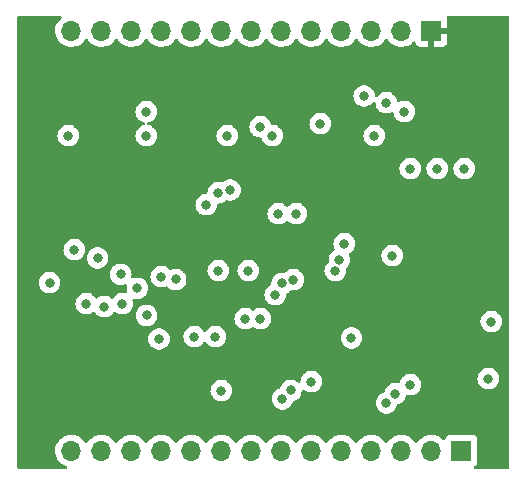
<source format=gbr>
%TF.GenerationSoftware,KiCad,Pcbnew,(6.0.0-0)*%
%TF.CreationDate,2022-01-18T20:41:06-05:00*%
%TF.ProjectId,Flags Register,466c6167-7320-4526-9567-69737465722e,rev?*%
%TF.SameCoordinates,Original*%
%TF.FileFunction,Copper,L2,Inr*%
%TF.FilePolarity,Positive*%
%FSLAX46Y46*%
G04 Gerber Fmt 4.6, Leading zero omitted, Abs format (unit mm)*
G04 Created by KiCad (PCBNEW (6.0.0-0)) date 2022-01-18 20:41:06*
%MOMM*%
%LPD*%
G01*
G04 APERTURE LIST*
%TA.AperFunction,ComponentPad*%
%ADD10R,1.700000X1.700000*%
%TD*%
%TA.AperFunction,ComponentPad*%
%ADD11O,1.700000X1.700000*%
%TD*%
%TA.AperFunction,ViaPad*%
%ADD12C,0.800000*%
%TD*%
G04 APERTURE END LIST*
D10*
%TO.N,BUS0*%
%TO.C,J2*%
X86106000Y-119888000D03*
D11*
%TO.N,BUS1*%
X83566000Y-119888000D03*
%TO.N,BUS2*%
X81026000Y-119888000D03*
%TO.N,BUS3*%
X78486000Y-119888000D03*
%TO.N,B7*%
X75946000Y-119888000D03*
%TO.N,A7*%
X73406000Y-119888000D03*
%TO.N,RES7*%
X70866000Y-119888000D03*
%TO.N,RES6*%
X68326000Y-119888000D03*
%TO.N,RES5*%
X65786000Y-119888000D03*
%TO.N,RES4*%
X63246000Y-119888000D03*
%TO.N,RES3*%
X60706000Y-119888000D03*
%TO.N,RES2*%
X58166000Y-119888000D03*
%TO.N,RES1*%
X55626000Y-119888000D03*
%TO.N,RES0*%
X53086000Y-119888000D03*
%TD*%
D10*
%TO.N,GND*%
%TO.C,J1*%
X83566000Y-84328000D03*
D11*
%TO.N,VCC*%
X81026000Y-84328000D03*
%TO.N,RESET*%
X78486000Y-84328000D03*
%TO.N,ZF*%
X75946000Y-84328000D03*
%TO.N,OF*%
X73406000Y-84328000D03*
%TO.N,SF*%
X70866000Y-84328000D03*
%TO.N,CF*%
X68326000Y-84328000D03*
%TO.N,~{LATCH_FLAGS}*%
X65786000Y-84328000D03*
%TO.N,CLOCK*%
X63246000Y-84328000D03*
%TO.N,RESTORE_FLAGS*%
X60706000Y-84328000D03*
%TO.N,ARITHMETIC_CARRY_OUT*%
X58166000Y-84328000D03*
%TO.N,LOGICAL_CARRY_OUT*%
X55626000Y-84328000D03*
%TO.N,~{FLAG_OUT}*%
X53086000Y-84328000D03*
%TD*%
D12*
%TO.N,GND*%
X53706000Y-96662000D03*
X59436000Y-97790000D03*
X54356000Y-99060000D03*
X88961990Y-100734500D03*
X68326000Y-111252000D03*
X84836000Y-103378000D03*
X76934000Y-98813488D03*
X71628000Y-110998000D03*
X66294000Y-102362000D03*
X57658000Y-111506000D03*
X76484000Y-96744000D03*
X63399000Y-104547000D03*
X78387750Y-110899750D03*
%TO.N,VCC*%
X51246010Y-105664000D03*
X80264000Y-103378000D03*
X52832000Y-93218000D03*
X71882000Y-105410000D03*
X70104000Y-93218000D03*
X61923392Y-105383427D03*
X88646000Y-108966000D03*
X59436000Y-93218000D03*
%TO.N,RESTORE_FLAGS*%
X60706000Y-105156000D03*
%TO.N,CLOCK*%
X76809000Y-110337000D03*
%TO.N,CF*%
X78740000Y-93218000D03*
%TO.N,SF*%
X86360000Y-96012000D03*
X77878490Y-89848155D03*
%TO.N,OF*%
X84074000Y-96012000D03*
X79756000Y-90424000D03*
%TO.N,ZF*%
X81280000Y-91186000D03*
X81788000Y-96012000D03*
%TO.N,RESET*%
X69088000Y-92456000D03*
%TO.N,RES4*%
X57404000Y-107442000D03*
%TO.N,RES5*%
X59461834Y-108432166D03*
X55880000Y-107696000D03*
%TO.N,RES6*%
X54356000Y-107442000D03*
X60514231Y-110422695D03*
%TO.N,RES7*%
X53340000Y-102870000D03*
X70358000Y-106680000D03*
X65278000Y-110236000D03*
%TO.N,A7*%
X70933305Y-105726231D03*
%TO.N,B7*%
X72136000Y-99822000D03*
%TO.N,BUS3*%
X67818000Y-108712000D03*
X70964995Y-115497041D03*
%TO.N,BUS2*%
X69088000Y-108712000D03*
X71672110Y-114789926D03*
X79771832Y-115839832D03*
%TO.N,BUS1*%
X80518000Y-115062000D03*
%TO.N,BUS0*%
X65786000Y-114808000D03*
X81788000Y-114300000D03*
X73406000Y-114046000D03*
%TO.N,MUX_OVERFLOW*%
X68072000Y-104648000D03*
X75438000Y-104648000D03*
%TO.N,MUX_ZERO*%
X65532000Y-104648000D03*
X75779616Y-103708147D03*
%TO.N,~{FLAG_OUT}*%
X59436000Y-91186000D03*
X74168000Y-92202000D03*
X88392000Y-113792000D03*
%TO.N,Net-(U35-Pad3)*%
X55320105Y-103570010D03*
X63500000Y-110236000D03*
%TO.N,Net-(U36-Pad10)*%
X57277760Y-104948703D03*
X58685899Y-106132230D03*
%TO.N,Net-(U37-Pad13)*%
X76200000Y-102362000D03*
X65532000Y-98044000D03*
%TO.N,Net-(U37-Pad12)*%
X66523500Y-97814500D03*
X70612000Y-99822000D03*
%TO.N,Net-(U37-Pad3)*%
X64516000Y-99060000D03*
X66294000Y-93218000D03*
%TD*%
%TA.AperFunction,Conductor*%
%TO.N,GND*%
G36*
X52205232Y-83078002D02*
G01*
X52251725Y-83131658D01*
X52261829Y-83201932D01*
X52232335Y-83266512D01*
X52212766Y-83284758D01*
X52180965Y-83308635D01*
X52026629Y-83470138D01*
X51900743Y-83654680D01*
X51806688Y-83857305D01*
X51746989Y-84072570D01*
X51723251Y-84294695D01*
X51736110Y-84517715D01*
X51737247Y-84522761D01*
X51737248Y-84522767D01*
X51751606Y-84586475D01*
X51785222Y-84735639D01*
X51869266Y-84942616D01*
X51920942Y-85026944D01*
X51983291Y-85128688D01*
X51985987Y-85133088D01*
X52132250Y-85301938D01*
X52304126Y-85444632D01*
X52497000Y-85557338D01*
X52705692Y-85637030D01*
X52710760Y-85638061D01*
X52710763Y-85638062D01*
X52818017Y-85659883D01*
X52924597Y-85681567D01*
X52929772Y-85681757D01*
X52929774Y-85681757D01*
X53142673Y-85689564D01*
X53142677Y-85689564D01*
X53147837Y-85689753D01*
X53152957Y-85689097D01*
X53152959Y-85689097D01*
X53364288Y-85662025D01*
X53364289Y-85662025D01*
X53369416Y-85661368D01*
X53374366Y-85659883D01*
X53578429Y-85598661D01*
X53578434Y-85598659D01*
X53583384Y-85597174D01*
X53783994Y-85498896D01*
X53965860Y-85369173D01*
X54124096Y-85211489D01*
X54183594Y-85128689D01*
X54254453Y-85030077D01*
X54255776Y-85031028D01*
X54302645Y-84987857D01*
X54372580Y-84975625D01*
X54438026Y-85003144D01*
X54465875Y-85034994D01*
X54525987Y-85133088D01*
X54672250Y-85301938D01*
X54844126Y-85444632D01*
X55037000Y-85557338D01*
X55245692Y-85637030D01*
X55250760Y-85638061D01*
X55250763Y-85638062D01*
X55358017Y-85659883D01*
X55464597Y-85681567D01*
X55469772Y-85681757D01*
X55469774Y-85681757D01*
X55682673Y-85689564D01*
X55682677Y-85689564D01*
X55687837Y-85689753D01*
X55692957Y-85689097D01*
X55692959Y-85689097D01*
X55904288Y-85662025D01*
X55904289Y-85662025D01*
X55909416Y-85661368D01*
X55914366Y-85659883D01*
X56118429Y-85598661D01*
X56118434Y-85598659D01*
X56123384Y-85597174D01*
X56323994Y-85498896D01*
X56505860Y-85369173D01*
X56664096Y-85211489D01*
X56723594Y-85128689D01*
X56794453Y-85030077D01*
X56795776Y-85031028D01*
X56842645Y-84987857D01*
X56912580Y-84975625D01*
X56978026Y-85003144D01*
X57005875Y-85034994D01*
X57065987Y-85133088D01*
X57212250Y-85301938D01*
X57384126Y-85444632D01*
X57577000Y-85557338D01*
X57785692Y-85637030D01*
X57790760Y-85638061D01*
X57790763Y-85638062D01*
X57898017Y-85659883D01*
X58004597Y-85681567D01*
X58009772Y-85681757D01*
X58009774Y-85681757D01*
X58222673Y-85689564D01*
X58222677Y-85689564D01*
X58227837Y-85689753D01*
X58232957Y-85689097D01*
X58232959Y-85689097D01*
X58444288Y-85662025D01*
X58444289Y-85662025D01*
X58449416Y-85661368D01*
X58454366Y-85659883D01*
X58658429Y-85598661D01*
X58658434Y-85598659D01*
X58663384Y-85597174D01*
X58863994Y-85498896D01*
X59045860Y-85369173D01*
X59204096Y-85211489D01*
X59263594Y-85128689D01*
X59334453Y-85030077D01*
X59335776Y-85031028D01*
X59382645Y-84987857D01*
X59452580Y-84975625D01*
X59518026Y-85003144D01*
X59545875Y-85034994D01*
X59605987Y-85133088D01*
X59752250Y-85301938D01*
X59924126Y-85444632D01*
X60117000Y-85557338D01*
X60325692Y-85637030D01*
X60330760Y-85638061D01*
X60330763Y-85638062D01*
X60438017Y-85659883D01*
X60544597Y-85681567D01*
X60549772Y-85681757D01*
X60549774Y-85681757D01*
X60762673Y-85689564D01*
X60762677Y-85689564D01*
X60767837Y-85689753D01*
X60772957Y-85689097D01*
X60772959Y-85689097D01*
X60984288Y-85662025D01*
X60984289Y-85662025D01*
X60989416Y-85661368D01*
X60994366Y-85659883D01*
X61198429Y-85598661D01*
X61198434Y-85598659D01*
X61203384Y-85597174D01*
X61403994Y-85498896D01*
X61585860Y-85369173D01*
X61744096Y-85211489D01*
X61803594Y-85128689D01*
X61874453Y-85030077D01*
X61875776Y-85031028D01*
X61922645Y-84987857D01*
X61992580Y-84975625D01*
X62058026Y-85003144D01*
X62085875Y-85034994D01*
X62145987Y-85133088D01*
X62292250Y-85301938D01*
X62464126Y-85444632D01*
X62657000Y-85557338D01*
X62865692Y-85637030D01*
X62870760Y-85638061D01*
X62870763Y-85638062D01*
X62978017Y-85659883D01*
X63084597Y-85681567D01*
X63089772Y-85681757D01*
X63089774Y-85681757D01*
X63302673Y-85689564D01*
X63302677Y-85689564D01*
X63307837Y-85689753D01*
X63312957Y-85689097D01*
X63312959Y-85689097D01*
X63524288Y-85662025D01*
X63524289Y-85662025D01*
X63529416Y-85661368D01*
X63534366Y-85659883D01*
X63738429Y-85598661D01*
X63738434Y-85598659D01*
X63743384Y-85597174D01*
X63943994Y-85498896D01*
X64125860Y-85369173D01*
X64284096Y-85211489D01*
X64343594Y-85128689D01*
X64414453Y-85030077D01*
X64415776Y-85031028D01*
X64462645Y-84987857D01*
X64532580Y-84975625D01*
X64598026Y-85003144D01*
X64625875Y-85034994D01*
X64685987Y-85133088D01*
X64832250Y-85301938D01*
X65004126Y-85444632D01*
X65197000Y-85557338D01*
X65405692Y-85637030D01*
X65410760Y-85638061D01*
X65410763Y-85638062D01*
X65518017Y-85659883D01*
X65624597Y-85681567D01*
X65629772Y-85681757D01*
X65629774Y-85681757D01*
X65842673Y-85689564D01*
X65842677Y-85689564D01*
X65847837Y-85689753D01*
X65852957Y-85689097D01*
X65852959Y-85689097D01*
X66064288Y-85662025D01*
X66064289Y-85662025D01*
X66069416Y-85661368D01*
X66074366Y-85659883D01*
X66278429Y-85598661D01*
X66278434Y-85598659D01*
X66283384Y-85597174D01*
X66483994Y-85498896D01*
X66665860Y-85369173D01*
X66824096Y-85211489D01*
X66883594Y-85128689D01*
X66954453Y-85030077D01*
X66955776Y-85031028D01*
X67002645Y-84987857D01*
X67072580Y-84975625D01*
X67138026Y-85003144D01*
X67165875Y-85034994D01*
X67225987Y-85133088D01*
X67372250Y-85301938D01*
X67544126Y-85444632D01*
X67737000Y-85557338D01*
X67945692Y-85637030D01*
X67950760Y-85638061D01*
X67950763Y-85638062D01*
X68058017Y-85659883D01*
X68164597Y-85681567D01*
X68169772Y-85681757D01*
X68169774Y-85681757D01*
X68382673Y-85689564D01*
X68382677Y-85689564D01*
X68387837Y-85689753D01*
X68392957Y-85689097D01*
X68392959Y-85689097D01*
X68604288Y-85662025D01*
X68604289Y-85662025D01*
X68609416Y-85661368D01*
X68614366Y-85659883D01*
X68818429Y-85598661D01*
X68818434Y-85598659D01*
X68823384Y-85597174D01*
X69023994Y-85498896D01*
X69205860Y-85369173D01*
X69364096Y-85211489D01*
X69423594Y-85128689D01*
X69494453Y-85030077D01*
X69495776Y-85031028D01*
X69542645Y-84987857D01*
X69612580Y-84975625D01*
X69678026Y-85003144D01*
X69705875Y-85034994D01*
X69765987Y-85133088D01*
X69912250Y-85301938D01*
X70084126Y-85444632D01*
X70277000Y-85557338D01*
X70485692Y-85637030D01*
X70490760Y-85638061D01*
X70490763Y-85638062D01*
X70598017Y-85659883D01*
X70704597Y-85681567D01*
X70709772Y-85681757D01*
X70709774Y-85681757D01*
X70922673Y-85689564D01*
X70922677Y-85689564D01*
X70927837Y-85689753D01*
X70932957Y-85689097D01*
X70932959Y-85689097D01*
X71144288Y-85662025D01*
X71144289Y-85662025D01*
X71149416Y-85661368D01*
X71154366Y-85659883D01*
X71358429Y-85598661D01*
X71358434Y-85598659D01*
X71363384Y-85597174D01*
X71563994Y-85498896D01*
X71745860Y-85369173D01*
X71904096Y-85211489D01*
X71963594Y-85128689D01*
X72034453Y-85030077D01*
X72035776Y-85031028D01*
X72082645Y-84987857D01*
X72152580Y-84975625D01*
X72218026Y-85003144D01*
X72245875Y-85034994D01*
X72305987Y-85133088D01*
X72452250Y-85301938D01*
X72624126Y-85444632D01*
X72817000Y-85557338D01*
X73025692Y-85637030D01*
X73030760Y-85638061D01*
X73030763Y-85638062D01*
X73138017Y-85659883D01*
X73244597Y-85681567D01*
X73249772Y-85681757D01*
X73249774Y-85681757D01*
X73462673Y-85689564D01*
X73462677Y-85689564D01*
X73467837Y-85689753D01*
X73472957Y-85689097D01*
X73472959Y-85689097D01*
X73684288Y-85662025D01*
X73684289Y-85662025D01*
X73689416Y-85661368D01*
X73694366Y-85659883D01*
X73898429Y-85598661D01*
X73898434Y-85598659D01*
X73903384Y-85597174D01*
X74103994Y-85498896D01*
X74285860Y-85369173D01*
X74444096Y-85211489D01*
X74503594Y-85128689D01*
X74574453Y-85030077D01*
X74575776Y-85031028D01*
X74622645Y-84987857D01*
X74692580Y-84975625D01*
X74758026Y-85003144D01*
X74785875Y-85034994D01*
X74845987Y-85133088D01*
X74992250Y-85301938D01*
X75164126Y-85444632D01*
X75357000Y-85557338D01*
X75565692Y-85637030D01*
X75570760Y-85638061D01*
X75570763Y-85638062D01*
X75678017Y-85659883D01*
X75784597Y-85681567D01*
X75789772Y-85681757D01*
X75789774Y-85681757D01*
X76002673Y-85689564D01*
X76002677Y-85689564D01*
X76007837Y-85689753D01*
X76012957Y-85689097D01*
X76012959Y-85689097D01*
X76224288Y-85662025D01*
X76224289Y-85662025D01*
X76229416Y-85661368D01*
X76234366Y-85659883D01*
X76438429Y-85598661D01*
X76438434Y-85598659D01*
X76443384Y-85597174D01*
X76643994Y-85498896D01*
X76825860Y-85369173D01*
X76984096Y-85211489D01*
X77043594Y-85128689D01*
X77114453Y-85030077D01*
X77115776Y-85031028D01*
X77162645Y-84987857D01*
X77232580Y-84975625D01*
X77298026Y-85003144D01*
X77325875Y-85034994D01*
X77385987Y-85133088D01*
X77532250Y-85301938D01*
X77704126Y-85444632D01*
X77897000Y-85557338D01*
X78105692Y-85637030D01*
X78110760Y-85638061D01*
X78110763Y-85638062D01*
X78218017Y-85659883D01*
X78324597Y-85681567D01*
X78329772Y-85681757D01*
X78329774Y-85681757D01*
X78542673Y-85689564D01*
X78542677Y-85689564D01*
X78547837Y-85689753D01*
X78552957Y-85689097D01*
X78552959Y-85689097D01*
X78764288Y-85662025D01*
X78764289Y-85662025D01*
X78769416Y-85661368D01*
X78774366Y-85659883D01*
X78978429Y-85598661D01*
X78978434Y-85598659D01*
X78983384Y-85597174D01*
X79183994Y-85498896D01*
X79365860Y-85369173D01*
X79524096Y-85211489D01*
X79583594Y-85128689D01*
X79654453Y-85030077D01*
X79655776Y-85031028D01*
X79702645Y-84987857D01*
X79772580Y-84975625D01*
X79838026Y-85003144D01*
X79865875Y-85034994D01*
X79925987Y-85133088D01*
X80072250Y-85301938D01*
X80244126Y-85444632D01*
X80437000Y-85557338D01*
X80645692Y-85637030D01*
X80650760Y-85638061D01*
X80650763Y-85638062D01*
X80758017Y-85659883D01*
X80864597Y-85681567D01*
X80869772Y-85681757D01*
X80869774Y-85681757D01*
X81082673Y-85689564D01*
X81082677Y-85689564D01*
X81087837Y-85689753D01*
X81092957Y-85689097D01*
X81092959Y-85689097D01*
X81304288Y-85662025D01*
X81304289Y-85662025D01*
X81309416Y-85661368D01*
X81314366Y-85659883D01*
X81518429Y-85598661D01*
X81518434Y-85598659D01*
X81523384Y-85597174D01*
X81723994Y-85498896D01*
X81905860Y-85369173D01*
X81973331Y-85301938D01*
X82014479Y-85260933D01*
X82076851Y-85227017D01*
X82147658Y-85232205D01*
X82204419Y-85274851D01*
X82221401Y-85305954D01*
X82262676Y-85416054D01*
X82271214Y-85431649D01*
X82347715Y-85533724D01*
X82360276Y-85546285D01*
X82462351Y-85622786D01*
X82477946Y-85631324D01*
X82598394Y-85676478D01*
X82613649Y-85680105D01*
X82664514Y-85685631D01*
X82671328Y-85686000D01*
X83293885Y-85686000D01*
X83309124Y-85681525D01*
X83310329Y-85680135D01*
X83312000Y-85672452D01*
X83312000Y-85667884D01*
X83820000Y-85667884D01*
X83824475Y-85683123D01*
X83825865Y-85684328D01*
X83833548Y-85685999D01*
X84460669Y-85685999D01*
X84467490Y-85685629D01*
X84518352Y-85680105D01*
X84533604Y-85676479D01*
X84654054Y-85631324D01*
X84669649Y-85622786D01*
X84771724Y-85546285D01*
X84784285Y-85533724D01*
X84860786Y-85431649D01*
X84869324Y-85416054D01*
X84914478Y-85295606D01*
X84918105Y-85280351D01*
X84923631Y-85229486D01*
X84924000Y-85222672D01*
X84924000Y-84600115D01*
X84919525Y-84584876D01*
X84918135Y-84583671D01*
X84910452Y-84582000D01*
X83838115Y-84582000D01*
X83822876Y-84586475D01*
X83821671Y-84587865D01*
X83820000Y-84595548D01*
X83820000Y-85667884D01*
X83312000Y-85667884D01*
X83312000Y-84200000D01*
X83332002Y-84131879D01*
X83385658Y-84085386D01*
X83438000Y-84074000D01*
X84905884Y-84074000D01*
X84921123Y-84069525D01*
X84922328Y-84068135D01*
X84923999Y-84060452D01*
X84923999Y-83433331D01*
X84923629Y-83426510D01*
X84918105Y-83375648D01*
X84914479Y-83360396D01*
X84866172Y-83231538D01*
X84868772Y-83230563D01*
X84856654Y-83175149D01*
X84881392Y-83108601D01*
X84938182Y-83065993D01*
X84982343Y-83058000D01*
X90044000Y-83058000D01*
X90112121Y-83078002D01*
X90158614Y-83131658D01*
X90170000Y-83184000D01*
X90170000Y-121286000D01*
X90149998Y-121354121D01*
X90096342Y-121400614D01*
X90044000Y-121412000D01*
X87282861Y-121412000D01*
X87214740Y-121391998D01*
X87168247Y-121338342D01*
X87158143Y-121268068D01*
X87187637Y-121203488D01*
X87207296Y-121185174D01*
X87229825Y-121168290D01*
X87319261Y-121101261D01*
X87406615Y-120984705D01*
X87457745Y-120848316D01*
X87464500Y-120786134D01*
X87464500Y-118989866D01*
X87457745Y-118927684D01*
X87406615Y-118791295D01*
X87319261Y-118674739D01*
X87202705Y-118587385D01*
X87066316Y-118536255D01*
X87004134Y-118529500D01*
X85207866Y-118529500D01*
X85145684Y-118536255D01*
X85009295Y-118587385D01*
X84892739Y-118674739D01*
X84805385Y-118791295D01*
X84802233Y-118799703D01*
X84760919Y-118909907D01*
X84718277Y-118966671D01*
X84651716Y-118991371D01*
X84582367Y-118976163D01*
X84549743Y-118950476D01*
X84499151Y-118894875D01*
X84499142Y-118894866D01*
X84495670Y-118891051D01*
X84491619Y-118887852D01*
X84491615Y-118887848D01*
X84324414Y-118755800D01*
X84324410Y-118755798D01*
X84320359Y-118752598D01*
X84124789Y-118644638D01*
X84119920Y-118642914D01*
X84119916Y-118642912D01*
X83919087Y-118571795D01*
X83919083Y-118571794D01*
X83914212Y-118570069D01*
X83909119Y-118569162D01*
X83909116Y-118569161D01*
X83699373Y-118531800D01*
X83699367Y-118531799D01*
X83694284Y-118530894D01*
X83620452Y-118529992D01*
X83476081Y-118528228D01*
X83476079Y-118528228D01*
X83470911Y-118528165D01*
X83250091Y-118561955D01*
X83037756Y-118631357D01*
X82839607Y-118734507D01*
X82835474Y-118737610D01*
X82835471Y-118737612D01*
X82665100Y-118865530D01*
X82660965Y-118868635D01*
X82621525Y-118909907D01*
X82567280Y-118966671D01*
X82506629Y-119030138D01*
X82399201Y-119187621D01*
X82344293Y-119232621D01*
X82273768Y-119240792D01*
X82210021Y-119209538D01*
X82189324Y-119185054D01*
X82108822Y-119060617D01*
X82108820Y-119060614D01*
X82106014Y-119056277D01*
X81955670Y-118891051D01*
X81951619Y-118887852D01*
X81951615Y-118887848D01*
X81784414Y-118755800D01*
X81784410Y-118755798D01*
X81780359Y-118752598D01*
X81584789Y-118644638D01*
X81579920Y-118642914D01*
X81579916Y-118642912D01*
X81379087Y-118571795D01*
X81379083Y-118571794D01*
X81374212Y-118570069D01*
X81369119Y-118569162D01*
X81369116Y-118569161D01*
X81159373Y-118531800D01*
X81159367Y-118531799D01*
X81154284Y-118530894D01*
X81080452Y-118529992D01*
X80936081Y-118528228D01*
X80936079Y-118528228D01*
X80930911Y-118528165D01*
X80710091Y-118561955D01*
X80497756Y-118631357D01*
X80299607Y-118734507D01*
X80295474Y-118737610D01*
X80295471Y-118737612D01*
X80125100Y-118865530D01*
X80120965Y-118868635D01*
X80081525Y-118909907D01*
X80027280Y-118966671D01*
X79966629Y-119030138D01*
X79859201Y-119187621D01*
X79804293Y-119232621D01*
X79733768Y-119240792D01*
X79670021Y-119209538D01*
X79649324Y-119185054D01*
X79568822Y-119060617D01*
X79568820Y-119060614D01*
X79566014Y-119056277D01*
X79415670Y-118891051D01*
X79411619Y-118887852D01*
X79411615Y-118887848D01*
X79244414Y-118755800D01*
X79244410Y-118755798D01*
X79240359Y-118752598D01*
X79044789Y-118644638D01*
X79039920Y-118642914D01*
X79039916Y-118642912D01*
X78839087Y-118571795D01*
X78839083Y-118571794D01*
X78834212Y-118570069D01*
X78829119Y-118569162D01*
X78829116Y-118569161D01*
X78619373Y-118531800D01*
X78619367Y-118531799D01*
X78614284Y-118530894D01*
X78540452Y-118529992D01*
X78396081Y-118528228D01*
X78396079Y-118528228D01*
X78390911Y-118528165D01*
X78170091Y-118561955D01*
X77957756Y-118631357D01*
X77759607Y-118734507D01*
X77755474Y-118737610D01*
X77755471Y-118737612D01*
X77585100Y-118865530D01*
X77580965Y-118868635D01*
X77541525Y-118909907D01*
X77487280Y-118966671D01*
X77426629Y-119030138D01*
X77319201Y-119187621D01*
X77264293Y-119232621D01*
X77193768Y-119240792D01*
X77130021Y-119209538D01*
X77109324Y-119185054D01*
X77028822Y-119060617D01*
X77028820Y-119060614D01*
X77026014Y-119056277D01*
X76875670Y-118891051D01*
X76871619Y-118887852D01*
X76871615Y-118887848D01*
X76704414Y-118755800D01*
X76704410Y-118755798D01*
X76700359Y-118752598D01*
X76504789Y-118644638D01*
X76499920Y-118642914D01*
X76499916Y-118642912D01*
X76299087Y-118571795D01*
X76299083Y-118571794D01*
X76294212Y-118570069D01*
X76289119Y-118569162D01*
X76289116Y-118569161D01*
X76079373Y-118531800D01*
X76079367Y-118531799D01*
X76074284Y-118530894D01*
X76000452Y-118529992D01*
X75856081Y-118528228D01*
X75856079Y-118528228D01*
X75850911Y-118528165D01*
X75630091Y-118561955D01*
X75417756Y-118631357D01*
X75219607Y-118734507D01*
X75215474Y-118737610D01*
X75215471Y-118737612D01*
X75045100Y-118865530D01*
X75040965Y-118868635D01*
X75001525Y-118909907D01*
X74947280Y-118966671D01*
X74886629Y-119030138D01*
X74779201Y-119187621D01*
X74724293Y-119232621D01*
X74653768Y-119240792D01*
X74590021Y-119209538D01*
X74569324Y-119185054D01*
X74488822Y-119060617D01*
X74488820Y-119060614D01*
X74486014Y-119056277D01*
X74335670Y-118891051D01*
X74331619Y-118887852D01*
X74331615Y-118887848D01*
X74164414Y-118755800D01*
X74164410Y-118755798D01*
X74160359Y-118752598D01*
X73964789Y-118644638D01*
X73959920Y-118642914D01*
X73959916Y-118642912D01*
X73759087Y-118571795D01*
X73759083Y-118571794D01*
X73754212Y-118570069D01*
X73749119Y-118569162D01*
X73749116Y-118569161D01*
X73539373Y-118531800D01*
X73539367Y-118531799D01*
X73534284Y-118530894D01*
X73460452Y-118529992D01*
X73316081Y-118528228D01*
X73316079Y-118528228D01*
X73310911Y-118528165D01*
X73090091Y-118561955D01*
X72877756Y-118631357D01*
X72679607Y-118734507D01*
X72675474Y-118737610D01*
X72675471Y-118737612D01*
X72505100Y-118865530D01*
X72500965Y-118868635D01*
X72461525Y-118909907D01*
X72407280Y-118966671D01*
X72346629Y-119030138D01*
X72239201Y-119187621D01*
X72184293Y-119232621D01*
X72113768Y-119240792D01*
X72050021Y-119209538D01*
X72029324Y-119185054D01*
X71948822Y-119060617D01*
X71948820Y-119060614D01*
X71946014Y-119056277D01*
X71795670Y-118891051D01*
X71791619Y-118887852D01*
X71791615Y-118887848D01*
X71624414Y-118755800D01*
X71624410Y-118755798D01*
X71620359Y-118752598D01*
X71424789Y-118644638D01*
X71419920Y-118642914D01*
X71419916Y-118642912D01*
X71219087Y-118571795D01*
X71219083Y-118571794D01*
X71214212Y-118570069D01*
X71209119Y-118569162D01*
X71209116Y-118569161D01*
X70999373Y-118531800D01*
X70999367Y-118531799D01*
X70994284Y-118530894D01*
X70920452Y-118529992D01*
X70776081Y-118528228D01*
X70776079Y-118528228D01*
X70770911Y-118528165D01*
X70550091Y-118561955D01*
X70337756Y-118631357D01*
X70139607Y-118734507D01*
X70135474Y-118737610D01*
X70135471Y-118737612D01*
X69965100Y-118865530D01*
X69960965Y-118868635D01*
X69921525Y-118909907D01*
X69867280Y-118966671D01*
X69806629Y-119030138D01*
X69699201Y-119187621D01*
X69644293Y-119232621D01*
X69573768Y-119240792D01*
X69510021Y-119209538D01*
X69489324Y-119185054D01*
X69408822Y-119060617D01*
X69408820Y-119060614D01*
X69406014Y-119056277D01*
X69255670Y-118891051D01*
X69251619Y-118887852D01*
X69251615Y-118887848D01*
X69084414Y-118755800D01*
X69084410Y-118755798D01*
X69080359Y-118752598D01*
X68884789Y-118644638D01*
X68879920Y-118642914D01*
X68879916Y-118642912D01*
X68679087Y-118571795D01*
X68679083Y-118571794D01*
X68674212Y-118570069D01*
X68669119Y-118569162D01*
X68669116Y-118569161D01*
X68459373Y-118531800D01*
X68459367Y-118531799D01*
X68454284Y-118530894D01*
X68380452Y-118529992D01*
X68236081Y-118528228D01*
X68236079Y-118528228D01*
X68230911Y-118528165D01*
X68010091Y-118561955D01*
X67797756Y-118631357D01*
X67599607Y-118734507D01*
X67595474Y-118737610D01*
X67595471Y-118737612D01*
X67425100Y-118865530D01*
X67420965Y-118868635D01*
X67381525Y-118909907D01*
X67327280Y-118966671D01*
X67266629Y-119030138D01*
X67159201Y-119187621D01*
X67104293Y-119232621D01*
X67033768Y-119240792D01*
X66970021Y-119209538D01*
X66949324Y-119185054D01*
X66868822Y-119060617D01*
X66868820Y-119060614D01*
X66866014Y-119056277D01*
X66715670Y-118891051D01*
X66711619Y-118887852D01*
X66711615Y-118887848D01*
X66544414Y-118755800D01*
X66544410Y-118755798D01*
X66540359Y-118752598D01*
X66344789Y-118644638D01*
X66339920Y-118642914D01*
X66339916Y-118642912D01*
X66139087Y-118571795D01*
X66139083Y-118571794D01*
X66134212Y-118570069D01*
X66129119Y-118569162D01*
X66129116Y-118569161D01*
X65919373Y-118531800D01*
X65919367Y-118531799D01*
X65914284Y-118530894D01*
X65840452Y-118529992D01*
X65696081Y-118528228D01*
X65696079Y-118528228D01*
X65690911Y-118528165D01*
X65470091Y-118561955D01*
X65257756Y-118631357D01*
X65059607Y-118734507D01*
X65055474Y-118737610D01*
X65055471Y-118737612D01*
X64885100Y-118865530D01*
X64880965Y-118868635D01*
X64841525Y-118909907D01*
X64787280Y-118966671D01*
X64726629Y-119030138D01*
X64619201Y-119187621D01*
X64564293Y-119232621D01*
X64493768Y-119240792D01*
X64430021Y-119209538D01*
X64409324Y-119185054D01*
X64328822Y-119060617D01*
X64328820Y-119060614D01*
X64326014Y-119056277D01*
X64175670Y-118891051D01*
X64171619Y-118887852D01*
X64171615Y-118887848D01*
X64004414Y-118755800D01*
X64004410Y-118755798D01*
X64000359Y-118752598D01*
X63804789Y-118644638D01*
X63799920Y-118642914D01*
X63799916Y-118642912D01*
X63599087Y-118571795D01*
X63599083Y-118571794D01*
X63594212Y-118570069D01*
X63589119Y-118569162D01*
X63589116Y-118569161D01*
X63379373Y-118531800D01*
X63379367Y-118531799D01*
X63374284Y-118530894D01*
X63300452Y-118529992D01*
X63156081Y-118528228D01*
X63156079Y-118528228D01*
X63150911Y-118528165D01*
X62930091Y-118561955D01*
X62717756Y-118631357D01*
X62519607Y-118734507D01*
X62515474Y-118737610D01*
X62515471Y-118737612D01*
X62345100Y-118865530D01*
X62340965Y-118868635D01*
X62301525Y-118909907D01*
X62247280Y-118966671D01*
X62186629Y-119030138D01*
X62079201Y-119187621D01*
X62024293Y-119232621D01*
X61953768Y-119240792D01*
X61890021Y-119209538D01*
X61869324Y-119185054D01*
X61788822Y-119060617D01*
X61788820Y-119060614D01*
X61786014Y-119056277D01*
X61635670Y-118891051D01*
X61631619Y-118887852D01*
X61631615Y-118887848D01*
X61464414Y-118755800D01*
X61464410Y-118755798D01*
X61460359Y-118752598D01*
X61264789Y-118644638D01*
X61259920Y-118642914D01*
X61259916Y-118642912D01*
X61059087Y-118571795D01*
X61059083Y-118571794D01*
X61054212Y-118570069D01*
X61049119Y-118569162D01*
X61049116Y-118569161D01*
X60839373Y-118531800D01*
X60839367Y-118531799D01*
X60834284Y-118530894D01*
X60760452Y-118529992D01*
X60616081Y-118528228D01*
X60616079Y-118528228D01*
X60610911Y-118528165D01*
X60390091Y-118561955D01*
X60177756Y-118631357D01*
X59979607Y-118734507D01*
X59975474Y-118737610D01*
X59975471Y-118737612D01*
X59805100Y-118865530D01*
X59800965Y-118868635D01*
X59761525Y-118909907D01*
X59707280Y-118966671D01*
X59646629Y-119030138D01*
X59539201Y-119187621D01*
X59484293Y-119232621D01*
X59413768Y-119240792D01*
X59350021Y-119209538D01*
X59329324Y-119185054D01*
X59248822Y-119060617D01*
X59248820Y-119060614D01*
X59246014Y-119056277D01*
X59095670Y-118891051D01*
X59091619Y-118887852D01*
X59091615Y-118887848D01*
X58924414Y-118755800D01*
X58924410Y-118755798D01*
X58920359Y-118752598D01*
X58724789Y-118644638D01*
X58719920Y-118642914D01*
X58719916Y-118642912D01*
X58519087Y-118571795D01*
X58519083Y-118571794D01*
X58514212Y-118570069D01*
X58509119Y-118569162D01*
X58509116Y-118569161D01*
X58299373Y-118531800D01*
X58299367Y-118531799D01*
X58294284Y-118530894D01*
X58220452Y-118529992D01*
X58076081Y-118528228D01*
X58076079Y-118528228D01*
X58070911Y-118528165D01*
X57850091Y-118561955D01*
X57637756Y-118631357D01*
X57439607Y-118734507D01*
X57435474Y-118737610D01*
X57435471Y-118737612D01*
X57265100Y-118865530D01*
X57260965Y-118868635D01*
X57221525Y-118909907D01*
X57167280Y-118966671D01*
X57106629Y-119030138D01*
X56999201Y-119187621D01*
X56944293Y-119232621D01*
X56873768Y-119240792D01*
X56810021Y-119209538D01*
X56789324Y-119185054D01*
X56708822Y-119060617D01*
X56708820Y-119060614D01*
X56706014Y-119056277D01*
X56555670Y-118891051D01*
X56551619Y-118887852D01*
X56551615Y-118887848D01*
X56384414Y-118755800D01*
X56384410Y-118755798D01*
X56380359Y-118752598D01*
X56184789Y-118644638D01*
X56179920Y-118642914D01*
X56179916Y-118642912D01*
X55979087Y-118571795D01*
X55979083Y-118571794D01*
X55974212Y-118570069D01*
X55969119Y-118569162D01*
X55969116Y-118569161D01*
X55759373Y-118531800D01*
X55759367Y-118531799D01*
X55754284Y-118530894D01*
X55680452Y-118529992D01*
X55536081Y-118528228D01*
X55536079Y-118528228D01*
X55530911Y-118528165D01*
X55310091Y-118561955D01*
X55097756Y-118631357D01*
X54899607Y-118734507D01*
X54895474Y-118737610D01*
X54895471Y-118737612D01*
X54725100Y-118865530D01*
X54720965Y-118868635D01*
X54681525Y-118909907D01*
X54627280Y-118966671D01*
X54566629Y-119030138D01*
X54459201Y-119187621D01*
X54404293Y-119232621D01*
X54333768Y-119240792D01*
X54270021Y-119209538D01*
X54249324Y-119185054D01*
X54168822Y-119060617D01*
X54168820Y-119060614D01*
X54166014Y-119056277D01*
X54015670Y-118891051D01*
X54011619Y-118887852D01*
X54011615Y-118887848D01*
X53844414Y-118755800D01*
X53844410Y-118755798D01*
X53840359Y-118752598D01*
X53644789Y-118644638D01*
X53639920Y-118642914D01*
X53639916Y-118642912D01*
X53439087Y-118571795D01*
X53439083Y-118571794D01*
X53434212Y-118570069D01*
X53429119Y-118569162D01*
X53429116Y-118569161D01*
X53219373Y-118531800D01*
X53219367Y-118531799D01*
X53214284Y-118530894D01*
X53140452Y-118529992D01*
X52996081Y-118528228D01*
X52996079Y-118528228D01*
X52990911Y-118528165D01*
X52770091Y-118561955D01*
X52557756Y-118631357D01*
X52359607Y-118734507D01*
X52355474Y-118737610D01*
X52355471Y-118737612D01*
X52185100Y-118865530D01*
X52180965Y-118868635D01*
X52141525Y-118909907D01*
X52087280Y-118966671D01*
X52026629Y-119030138D01*
X51900743Y-119214680D01*
X51806688Y-119417305D01*
X51746989Y-119632570D01*
X51723251Y-119854695D01*
X51736110Y-120077715D01*
X51737247Y-120082761D01*
X51737248Y-120082767D01*
X51761304Y-120189508D01*
X51785222Y-120295639D01*
X51869266Y-120502616D01*
X51906685Y-120563678D01*
X51983291Y-120688688D01*
X51985987Y-120693088D01*
X52132250Y-120861938D01*
X52304126Y-121004632D01*
X52497000Y-121117338D01*
X52622637Y-121165314D01*
X52630430Y-121168290D01*
X52686933Y-121211278D01*
X52711226Y-121277989D01*
X52695596Y-121347243D01*
X52645005Y-121397054D01*
X52585481Y-121412000D01*
X48640000Y-121412000D01*
X48571879Y-121391998D01*
X48525386Y-121338342D01*
X48514000Y-121286000D01*
X48514000Y-114808000D01*
X64872496Y-114808000D01*
X64873186Y-114814565D01*
X64890863Y-114982749D01*
X64892458Y-114997928D01*
X64951473Y-115179556D01*
X64954776Y-115185278D01*
X64954777Y-115185279D01*
X64967392Y-115207128D01*
X65046960Y-115344944D01*
X65051378Y-115349851D01*
X65051379Y-115349852D01*
X65170325Y-115481955D01*
X65174747Y-115486866D01*
X65329248Y-115599118D01*
X65335276Y-115601802D01*
X65335278Y-115601803D01*
X65473599Y-115663387D01*
X65503712Y-115676794D01*
X65581117Y-115693247D01*
X65684056Y-115715128D01*
X65684061Y-115715128D01*
X65690513Y-115716500D01*
X65881487Y-115716500D01*
X65887939Y-115715128D01*
X65887944Y-115715128D01*
X65990883Y-115693247D01*
X66068288Y-115676794D01*
X66098401Y-115663387D01*
X66236722Y-115601803D01*
X66236724Y-115601802D01*
X66242752Y-115599118D01*
X66383248Y-115497041D01*
X70051491Y-115497041D01*
X70052181Y-115503606D01*
X70070607Y-115678916D01*
X70071453Y-115686969D01*
X70130468Y-115868597D01*
X70225955Y-116033985D01*
X70353742Y-116175907D01*
X70508243Y-116288159D01*
X70514271Y-116290843D01*
X70514273Y-116290844D01*
X70676676Y-116363150D01*
X70682707Y-116365835D01*
X70776108Y-116385688D01*
X70863051Y-116404169D01*
X70863056Y-116404169D01*
X70869508Y-116405541D01*
X71060482Y-116405541D01*
X71066934Y-116404169D01*
X71066939Y-116404169D01*
X71153882Y-116385688D01*
X71247283Y-116365835D01*
X71253314Y-116363150D01*
X71415717Y-116290844D01*
X71415719Y-116290843D01*
X71421747Y-116288159D01*
X71576248Y-116175907D01*
X71704035Y-116033985D01*
X71799522Y-115868597D01*
X71808868Y-115839832D01*
X78858328Y-115839832D01*
X78859018Y-115846397D01*
X78870734Y-115957865D01*
X78878290Y-116029760D01*
X78937305Y-116211388D01*
X79032792Y-116376776D01*
X79160579Y-116518698D01*
X79315080Y-116630950D01*
X79321108Y-116633634D01*
X79321110Y-116633635D01*
X79483513Y-116705941D01*
X79489544Y-116708626D01*
X79582944Y-116728479D01*
X79669888Y-116746960D01*
X79669893Y-116746960D01*
X79676345Y-116748332D01*
X79867319Y-116748332D01*
X79873771Y-116746960D01*
X79873776Y-116746960D01*
X79960720Y-116728479D01*
X80054120Y-116708626D01*
X80060151Y-116705941D01*
X80222554Y-116633635D01*
X80222556Y-116633634D01*
X80228584Y-116630950D01*
X80383085Y-116518698D01*
X80510872Y-116376776D01*
X80606359Y-116211388D01*
X80665374Y-116029760D01*
X80666607Y-116030161D01*
X80696996Y-115973869D01*
X80760318Y-115939291D01*
X80793824Y-115932169D01*
X80793833Y-115932166D01*
X80800288Y-115930794D01*
X80806319Y-115928109D01*
X80968722Y-115855803D01*
X80968724Y-115855802D01*
X80974752Y-115853118D01*
X81002075Y-115833267D01*
X81030157Y-115812864D01*
X81129253Y-115740866D01*
X81172129Y-115693247D01*
X81252621Y-115603852D01*
X81252622Y-115603851D01*
X81257040Y-115598944D01*
X81329942Y-115472675D01*
X81349223Y-115439279D01*
X81349224Y-115439278D01*
X81352527Y-115433556D01*
X81407834Y-115263340D01*
X81447908Y-115204734D01*
X81513304Y-115177097D01*
X81553864Y-115179029D01*
X81686056Y-115207128D01*
X81686061Y-115207128D01*
X81692513Y-115208500D01*
X81883487Y-115208500D01*
X81889939Y-115207128D01*
X81889944Y-115207128D01*
X81976888Y-115188647D01*
X82070288Y-115168794D01*
X82087870Y-115160966D01*
X82238722Y-115093803D01*
X82238724Y-115093802D01*
X82244752Y-115091118D01*
X82399253Y-114978866D01*
X82406301Y-114971038D01*
X82522621Y-114841852D01*
X82522622Y-114841851D01*
X82527040Y-114836944D01*
X82594584Y-114719955D01*
X82619223Y-114677279D01*
X82619224Y-114677278D01*
X82622527Y-114671556D01*
X82681542Y-114489928D01*
X82683138Y-114474749D01*
X82700814Y-114306565D01*
X82701504Y-114300000D01*
X82690280Y-114193206D01*
X82682232Y-114116635D01*
X82682232Y-114116633D01*
X82681542Y-114110072D01*
X82622527Y-113928444D01*
X82618306Y-113921132D01*
X82584532Y-113862635D01*
X82543751Y-113792000D01*
X87478496Y-113792000D01*
X87479186Y-113798565D01*
X87493824Y-113937834D01*
X87498458Y-113981928D01*
X87500498Y-113988206D01*
X87554206Y-114153500D01*
X87557473Y-114163556D01*
X87652960Y-114328944D01*
X87657378Y-114333851D01*
X87657379Y-114333852D01*
X87739136Y-114424652D01*
X87780747Y-114470866D01*
X87935248Y-114583118D01*
X87941276Y-114585802D01*
X87941278Y-114585803D01*
X88103681Y-114658109D01*
X88109712Y-114660794D01*
X88203113Y-114680647D01*
X88290056Y-114699128D01*
X88290061Y-114699128D01*
X88296513Y-114700500D01*
X88487487Y-114700500D01*
X88493939Y-114699128D01*
X88493944Y-114699128D01*
X88580887Y-114680647D01*
X88674288Y-114660794D01*
X88680319Y-114658109D01*
X88842722Y-114585803D01*
X88842724Y-114585802D01*
X88848752Y-114583118D01*
X89003253Y-114470866D01*
X89044864Y-114424652D01*
X89126621Y-114333852D01*
X89126622Y-114333851D01*
X89131040Y-114328944D01*
X89226527Y-114163556D01*
X89229795Y-114153500D01*
X89283502Y-113988206D01*
X89285542Y-113981928D01*
X89290177Y-113937834D01*
X89304814Y-113798565D01*
X89305504Y-113792000D01*
X89288062Y-113626045D01*
X89286232Y-113608635D01*
X89286232Y-113608633D01*
X89285542Y-113602072D01*
X89226527Y-113420444D01*
X89131040Y-113255056D01*
X89003253Y-113113134D01*
X88848752Y-113000882D01*
X88842724Y-112998198D01*
X88842722Y-112998197D01*
X88680319Y-112925891D01*
X88680318Y-112925891D01*
X88674288Y-112923206D01*
X88580887Y-112903353D01*
X88493944Y-112884872D01*
X88493939Y-112884872D01*
X88487487Y-112883500D01*
X88296513Y-112883500D01*
X88290061Y-112884872D01*
X88290056Y-112884872D01*
X88203113Y-112903353D01*
X88109712Y-112923206D01*
X88103682Y-112925891D01*
X88103681Y-112925891D01*
X87941278Y-112998197D01*
X87941276Y-112998198D01*
X87935248Y-113000882D01*
X87780747Y-113113134D01*
X87652960Y-113255056D01*
X87557473Y-113420444D01*
X87498458Y-113602072D01*
X87497768Y-113608633D01*
X87497768Y-113608635D01*
X87495938Y-113626045D01*
X87478496Y-113792000D01*
X82543751Y-113792000D01*
X82527040Y-113763056D01*
X82447254Y-113674444D01*
X82403675Y-113626045D01*
X82403674Y-113626044D01*
X82399253Y-113621134D01*
X82244752Y-113508882D01*
X82238724Y-113506198D01*
X82238722Y-113506197D01*
X82076319Y-113433891D01*
X82076318Y-113433891D01*
X82070288Y-113431206D01*
X81976887Y-113411353D01*
X81889944Y-113392872D01*
X81889939Y-113392872D01*
X81883487Y-113391500D01*
X81692513Y-113391500D01*
X81686061Y-113392872D01*
X81686056Y-113392872D01*
X81599113Y-113411353D01*
X81505712Y-113431206D01*
X81499682Y-113433891D01*
X81499681Y-113433891D01*
X81337278Y-113506197D01*
X81337276Y-113506198D01*
X81331248Y-113508882D01*
X81176747Y-113621134D01*
X81172326Y-113626044D01*
X81172325Y-113626045D01*
X81128747Y-113674444D01*
X81048960Y-113763056D01*
X80991468Y-113862635D01*
X80957695Y-113921132D01*
X80953473Y-113928444D01*
X80917410Y-114039435D01*
X80898166Y-114098660D01*
X80858092Y-114157266D01*
X80792696Y-114184903D01*
X80752136Y-114182971D01*
X80619944Y-114154872D01*
X80619939Y-114154872D01*
X80613487Y-114153500D01*
X80422513Y-114153500D01*
X80416061Y-114154872D01*
X80416056Y-114154872D01*
X80348279Y-114169279D01*
X80235712Y-114193206D01*
X80229682Y-114195891D01*
X80229681Y-114195891D01*
X80067278Y-114268197D01*
X80067276Y-114268198D01*
X80061248Y-114270882D01*
X80055907Y-114274762D01*
X80055906Y-114274763D01*
X80021171Y-114300000D01*
X79906747Y-114383134D01*
X79902326Y-114388044D01*
X79902325Y-114388045D01*
X79804937Y-114496206D01*
X79778960Y-114525056D01*
X79683473Y-114690444D01*
X79624458Y-114872072D01*
X79623225Y-114871671D01*
X79592836Y-114927963D01*
X79529514Y-114962541D01*
X79496008Y-114969663D01*
X79495999Y-114969666D01*
X79489544Y-114971038D01*
X79483514Y-114973723D01*
X79483513Y-114973723D01*
X79321110Y-115046029D01*
X79321108Y-115046030D01*
X79315080Y-115048714D01*
X79160579Y-115160966D01*
X79156158Y-115165876D01*
X79156157Y-115165877D01*
X79078677Y-115251928D01*
X79032792Y-115302888D01*
X78937305Y-115468276D01*
X78878290Y-115649904D01*
X78877600Y-115656465D01*
X78877600Y-115656467D01*
X78868012Y-115747697D01*
X78858328Y-115839832D01*
X71808868Y-115839832D01*
X71838805Y-115747697D01*
X71878879Y-115689092D01*
X71932442Y-115663387D01*
X71947940Y-115660093D01*
X71947943Y-115660092D01*
X71954398Y-115658720D01*
X71960429Y-115656035D01*
X72122832Y-115583729D01*
X72122834Y-115583728D01*
X72128862Y-115581044D01*
X72283363Y-115468792D01*
X72411150Y-115326870D01*
X72501623Y-115170166D01*
X72503333Y-115167205D01*
X72503334Y-115167204D01*
X72506637Y-115161482D01*
X72565652Y-114979854D01*
X72568245Y-114955189D01*
X72584182Y-114803551D01*
X72611195Y-114737895D01*
X72669417Y-114697265D01*
X72740362Y-114694562D01*
X72792536Y-114722411D01*
X72794747Y-114724866D01*
X72800097Y-114728753D01*
X72929935Y-114823086D01*
X72949248Y-114837118D01*
X72955276Y-114839802D01*
X72955278Y-114839803D01*
X73027756Y-114872072D01*
X73123712Y-114914794D01*
X73217112Y-114934647D01*
X73304056Y-114953128D01*
X73304061Y-114953128D01*
X73310513Y-114954500D01*
X73501487Y-114954500D01*
X73507939Y-114953128D01*
X73507944Y-114953128D01*
X73594888Y-114934647D01*
X73688288Y-114914794D01*
X73784244Y-114872072D01*
X73856722Y-114839803D01*
X73856724Y-114839802D01*
X73862752Y-114837118D01*
X73882066Y-114823086D01*
X73999320Y-114737895D01*
X74017253Y-114724866D01*
X74053400Y-114684721D01*
X74140621Y-114587852D01*
X74140622Y-114587851D01*
X74145040Y-114582944D01*
X74240527Y-114417556D01*
X74299542Y-114235928D01*
X74304177Y-114191834D01*
X74318814Y-114052565D01*
X74319504Y-114046000D01*
X74308280Y-113939206D01*
X74300232Y-113862635D01*
X74300232Y-113862633D01*
X74299542Y-113856072D01*
X74240527Y-113674444D01*
X74145040Y-113509056D01*
X74065254Y-113420444D01*
X74021675Y-113372045D01*
X74021674Y-113372044D01*
X74017253Y-113367134D01*
X73862752Y-113254882D01*
X73856724Y-113252198D01*
X73856722Y-113252197D01*
X73694319Y-113179891D01*
X73694318Y-113179891D01*
X73688288Y-113177206D01*
X73594888Y-113157353D01*
X73507944Y-113138872D01*
X73507939Y-113138872D01*
X73501487Y-113137500D01*
X73310513Y-113137500D01*
X73304061Y-113138872D01*
X73304056Y-113138872D01*
X73217112Y-113157353D01*
X73123712Y-113177206D01*
X73117682Y-113179891D01*
X73117681Y-113179891D01*
X72955278Y-113252197D01*
X72955276Y-113252198D01*
X72949248Y-113254882D01*
X72794747Y-113367134D01*
X72790326Y-113372044D01*
X72790325Y-113372045D01*
X72746747Y-113420444D01*
X72666960Y-113509056D01*
X72571473Y-113674444D01*
X72512458Y-113856072D01*
X72511769Y-113862631D01*
X72511768Y-113862634D01*
X72493928Y-114032375D01*
X72466915Y-114098031D01*
X72408693Y-114138661D01*
X72337748Y-114141364D01*
X72285574Y-114113515D01*
X72283363Y-114111060D01*
X72175063Y-114032375D01*
X72134204Y-114002689D01*
X72134203Y-114002688D01*
X72128862Y-113998808D01*
X72122834Y-113996124D01*
X72122832Y-113996123D01*
X71960429Y-113923817D01*
X71960428Y-113923817D01*
X71954398Y-113921132D01*
X71852628Y-113899500D01*
X71774054Y-113882798D01*
X71774049Y-113882798D01*
X71767597Y-113881426D01*
X71576623Y-113881426D01*
X71570171Y-113882798D01*
X71570166Y-113882798D01*
X71491592Y-113899500D01*
X71389822Y-113921132D01*
X71383792Y-113923817D01*
X71383791Y-113923817D01*
X71221388Y-113996123D01*
X71221386Y-113996124D01*
X71215358Y-113998808D01*
X71060857Y-114111060D01*
X71056436Y-114115970D01*
X71056435Y-114115971D01*
X70994369Y-114184903D01*
X70933070Y-114252982D01*
X70905924Y-114300000D01*
X70841682Y-114411271D01*
X70837583Y-114418370D01*
X70798300Y-114539270D01*
X70758226Y-114597875D01*
X70704663Y-114623580D01*
X70689165Y-114626874D01*
X70689162Y-114626875D01*
X70682707Y-114628247D01*
X70676677Y-114630932D01*
X70676676Y-114630932D01*
X70514273Y-114703238D01*
X70514271Y-114703239D01*
X70508243Y-114705923D01*
X70502902Y-114709803D01*
X70502901Y-114709804D01*
X70484616Y-114723089D01*
X70353742Y-114818175D01*
X70349321Y-114823085D01*
X70349320Y-114823086D01*
X70230995Y-114954500D01*
X70225955Y-114960097D01*
X70204113Y-114997928D01*
X70152551Y-115087237D01*
X70130468Y-115125485D01*
X70071453Y-115307113D01*
X70070763Y-115313674D01*
X70070763Y-115313676D01*
X70068078Y-115339226D01*
X70051491Y-115497041D01*
X66383248Y-115497041D01*
X66397253Y-115486866D01*
X66401675Y-115481955D01*
X66520621Y-115349852D01*
X66520622Y-115349851D01*
X66525040Y-115344944D01*
X66604608Y-115207128D01*
X66617223Y-115185279D01*
X66617224Y-115185278D01*
X66620527Y-115179556D01*
X66679542Y-114997928D01*
X66681138Y-114982749D01*
X66698814Y-114814565D01*
X66699504Y-114808000D01*
X66691175Y-114728753D01*
X66680232Y-114624635D01*
X66680232Y-114624633D01*
X66679542Y-114618072D01*
X66620527Y-114436444D01*
X66525040Y-114271056D01*
X66499064Y-114242206D01*
X66401675Y-114134045D01*
X66401674Y-114134044D01*
X66397253Y-114129134D01*
X66282829Y-114046000D01*
X66248094Y-114020763D01*
X66248093Y-114020762D01*
X66242752Y-114016882D01*
X66236724Y-114014198D01*
X66236722Y-114014197D01*
X66074319Y-113941891D01*
X66074318Y-113941891D01*
X66068288Y-113939206D01*
X65974888Y-113919353D01*
X65887944Y-113900872D01*
X65887939Y-113900872D01*
X65881487Y-113899500D01*
X65690513Y-113899500D01*
X65684061Y-113900872D01*
X65684056Y-113900872D01*
X65597112Y-113919353D01*
X65503712Y-113939206D01*
X65497682Y-113941891D01*
X65497681Y-113941891D01*
X65335278Y-114014197D01*
X65335276Y-114014198D01*
X65329248Y-114016882D01*
X65323907Y-114020762D01*
X65323906Y-114020763D01*
X65289171Y-114046000D01*
X65174747Y-114129134D01*
X65170326Y-114134044D01*
X65170325Y-114134045D01*
X65072937Y-114242206D01*
X65046960Y-114271056D01*
X64951473Y-114436444D01*
X64892458Y-114618072D01*
X64891768Y-114624633D01*
X64891768Y-114624635D01*
X64880825Y-114728753D01*
X64872496Y-114808000D01*
X48514000Y-114808000D01*
X48514000Y-110422695D01*
X59600727Y-110422695D01*
X59620689Y-110612623D01*
X59679704Y-110794251D01*
X59775191Y-110959639D01*
X59902978Y-111101561D01*
X60057479Y-111213813D01*
X60063507Y-111216497D01*
X60063509Y-111216498D01*
X60225912Y-111288804D01*
X60231943Y-111291489D01*
X60325343Y-111311342D01*
X60412287Y-111329823D01*
X60412292Y-111329823D01*
X60418744Y-111331195D01*
X60609718Y-111331195D01*
X60616170Y-111329823D01*
X60616175Y-111329823D01*
X60703119Y-111311342D01*
X60796519Y-111291489D01*
X60802550Y-111288804D01*
X60964953Y-111216498D01*
X60964955Y-111216497D01*
X60970983Y-111213813D01*
X61125484Y-111101561D01*
X61253271Y-110959639D01*
X61348758Y-110794251D01*
X61407773Y-110612623D01*
X61427735Y-110422695D01*
X61408113Y-110236000D01*
X62586496Y-110236000D01*
X62606458Y-110425928D01*
X62665473Y-110607556D01*
X62668776Y-110613278D01*
X62668777Y-110613279D01*
X62699309Y-110666162D01*
X62760960Y-110772944D01*
X62888747Y-110914866D01*
X62957127Y-110964547D01*
X63021002Y-111010955D01*
X63043248Y-111027118D01*
X63049276Y-111029802D01*
X63049278Y-111029803D01*
X63211681Y-111102109D01*
X63217712Y-111104794D01*
X63309184Y-111124237D01*
X63398056Y-111143128D01*
X63398061Y-111143128D01*
X63404513Y-111144500D01*
X63595487Y-111144500D01*
X63601939Y-111143128D01*
X63601944Y-111143128D01*
X63690816Y-111124237D01*
X63782288Y-111104794D01*
X63788319Y-111102109D01*
X63950722Y-111029803D01*
X63950724Y-111029802D01*
X63956752Y-111027118D01*
X63978999Y-111010955D01*
X64042873Y-110964547D01*
X64111253Y-110914866D01*
X64239040Y-110772944D01*
X64279882Y-110702204D01*
X64331263Y-110653212D01*
X64400977Y-110639776D01*
X64466888Y-110666162D01*
X64498118Y-110702204D01*
X64538960Y-110772944D01*
X64666747Y-110914866D01*
X64735127Y-110964547D01*
X64799002Y-111010955D01*
X64821248Y-111027118D01*
X64827276Y-111029802D01*
X64827278Y-111029803D01*
X64989681Y-111102109D01*
X64995712Y-111104794D01*
X65087184Y-111124237D01*
X65176056Y-111143128D01*
X65176061Y-111143128D01*
X65182513Y-111144500D01*
X65373487Y-111144500D01*
X65379939Y-111143128D01*
X65379944Y-111143128D01*
X65468816Y-111124237D01*
X65560288Y-111104794D01*
X65566319Y-111102109D01*
X65728722Y-111029803D01*
X65728724Y-111029802D01*
X65734752Y-111027118D01*
X65756999Y-111010955D01*
X65820873Y-110964547D01*
X65889253Y-110914866D01*
X66017040Y-110772944D01*
X66078691Y-110666162D01*
X66109223Y-110613279D01*
X66109224Y-110613278D01*
X66112527Y-110607556D01*
X66171542Y-110425928D01*
X66180889Y-110337000D01*
X75895496Y-110337000D01*
X75915458Y-110526928D01*
X75974473Y-110708556D01*
X76069960Y-110873944D01*
X76074378Y-110878851D01*
X76074379Y-110878852D01*
X76147120Y-110959639D01*
X76197747Y-111015866D01*
X76213234Y-111027118D01*
X76315696Y-111101561D01*
X76352248Y-111128118D01*
X76358276Y-111130802D01*
X76358278Y-111130803D01*
X76520681Y-111203109D01*
X76526712Y-111205794D01*
X76620113Y-111225647D01*
X76707056Y-111244128D01*
X76707061Y-111244128D01*
X76713513Y-111245500D01*
X76904487Y-111245500D01*
X76910939Y-111244128D01*
X76910944Y-111244128D01*
X76997887Y-111225647D01*
X77091288Y-111205794D01*
X77097319Y-111203109D01*
X77259722Y-111130803D01*
X77259724Y-111130802D01*
X77265752Y-111128118D01*
X77302305Y-111101561D01*
X77404766Y-111027118D01*
X77420253Y-111015866D01*
X77470880Y-110959639D01*
X77543621Y-110878852D01*
X77543622Y-110878851D01*
X77548040Y-110873944D01*
X77643527Y-110708556D01*
X77702542Y-110526928D01*
X77722504Y-110337000D01*
X77702542Y-110147072D01*
X77643527Y-109965444D01*
X77548040Y-109800056D01*
X77509379Y-109757118D01*
X77424675Y-109663045D01*
X77424674Y-109663044D01*
X77420253Y-109658134D01*
X77313804Y-109580794D01*
X77271094Y-109549763D01*
X77271093Y-109549762D01*
X77265752Y-109545882D01*
X77259724Y-109543198D01*
X77259722Y-109543197D01*
X77097319Y-109470891D01*
X77097318Y-109470891D01*
X77091288Y-109468206D01*
X76981558Y-109444882D01*
X76910944Y-109429872D01*
X76910939Y-109429872D01*
X76904487Y-109428500D01*
X76713513Y-109428500D01*
X76707061Y-109429872D01*
X76707056Y-109429872D01*
X76636442Y-109444882D01*
X76526712Y-109468206D01*
X76520682Y-109470891D01*
X76520681Y-109470891D01*
X76358278Y-109543197D01*
X76358276Y-109543198D01*
X76352248Y-109545882D01*
X76346907Y-109549762D01*
X76346906Y-109549763D01*
X76304196Y-109580794D01*
X76197747Y-109658134D01*
X76193326Y-109663044D01*
X76193325Y-109663045D01*
X76108622Y-109757118D01*
X76069960Y-109800056D01*
X75974473Y-109965444D01*
X75915458Y-110147072D01*
X75895496Y-110337000D01*
X66180889Y-110337000D01*
X66191504Y-110236000D01*
X66171542Y-110046072D01*
X66112527Y-109864444D01*
X66086168Y-109818788D01*
X66020341Y-109704774D01*
X66017040Y-109699056D01*
X65976698Y-109654251D01*
X65893675Y-109562045D01*
X65893674Y-109562044D01*
X65889253Y-109557134D01*
X65734752Y-109444882D01*
X65728724Y-109442198D01*
X65728722Y-109442197D01*
X65566319Y-109369891D01*
X65566318Y-109369891D01*
X65560288Y-109367206D01*
X65447721Y-109343279D01*
X65379944Y-109328872D01*
X65379939Y-109328872D01*
X65373487Y-109327500D01*
X65182513Y-109327500D01*
X65176061Y-109328872D01*
X65176056Y-109328872D01*
X65108279Y-109343279D01*
X64995712Y-109367206D01*
X64989682Y-109369891D01*
X64989681Y-109369891D01*
X64827278Y-109442197D01*
X64827276Y-109442198D01*
X64821248Y-109444882D01*
X64666747Y-109557134D01*
X64662326Y-109562044D01*
X64662325Y-109562045D01*
X64579303Y-109654251D01*
X64538960Y-109699056D01*
X64510275Y-109748740D01*
X64498119Y-109769795D01*
X64446737Y-109818788D01*
X64377023Y-109832224D01*
X64311112Y-109805838D01*
X64279881Y-109769795D01*
X64267725Y-109748740D01*
X64239040Y-109699056D01*
X64198698Y-109654251D01*
X64115675Y-109562045D01*
X64115674Y-109562044D01*
X64111253Y-109557134D01*
X63956752Y-109444882D01*
X63950724Y-109442198D01*
X63950722Y-109442197D01*
X63788319Y-109369891D01*
X63788318Y-109369891D01*
X63782288Y-109367206D01*
X63669721Y-109343279D01*
X63601944Y-109328872D01*
X63601939Y-109328872D01*
X63595487Y-109327500D01*
X63404513Y-109327500D01*
X63398061Y-109328872D01*
X63398056Y-109328872D01*
X63330279Y-109343279D01*
X63217712Y-109367206D01*
X63211682Y-109369891D01*
X63211681Y-109369891D01*
X63049278Y-109442197D01*
X63049276Y-109442198D01*
X63043248Y-109444882D01*
X62888747Y-109557134D01*
X62884326Y-109562044D01*
X62884325Y-109562045D01*
X62801303Y-109654251D01*
X62760960Y-109699056D01*
X62757659Y-109704774D01*
X62691833Y-109818788D01*
X62665473Y-109864444D01*
X62606458Y-110046072D01*
X62586496Y-110236000D01*
X61408113Y-110236000D01*
X61407773Y-110232767D01*
X61348758Y-110051139D01*
X61253271Y-109885751D01*
X61181260Y-109805774D01*
X61129906Y-109748740D01*
X61129905Y-109748739D01*
X61125484Y-109743829D01*
X61014295Y-109663045D01*
X60976325Y-109635458D01*
X60976324Y-109635457D01*
X60970983Y-109631577D01*
X60964955Y-109628893D01*
X60964953Y-109628892D01*
X60802550Y-109556586D01*
X60802549Y-109556586D01*
X60796519Y-109553901D01*
X60703118Y-109534048D01*
X60616175Y-109515567D01*
X60616170Y-109515567D01*
X60609718Y-109514195D01*
X60418744Y-109514195D01*
X60412292Y-109515567D01*
X60412287Y-109515567D01*
X60325343Y-109534048D01*
X60231943Y-109553901D01*
X60225913Y-109556586D01*
X60225912Y-109556586D01*
X60063509Y-109628892D01*
X60063507Y-109628893D01*
X60057479Y-109631577D01*
X60052138Y-109635457D01*
X60052137Y-109635458D01*
X60014167Y-109663045D01*
X59902978Y-109743829D01*
X59898557Y-109748739D01*
X59898556Y-109748740D01*
X59847203Y-109805774D01*
X59775191Y-109885751D01*
X59679704Y-110051139D01*
X59620689Y-110232767D01*
X59600727Y-110422695D01*
X48514000Y-110422695D01*
X48514000Y-107442000D01*
X53442496Y-107442000D01*
X53443186Y-107448565D01*
X53457894Y-107588500D01*
X53462458Y-107631928D01*
X53521473Y-107813556D01*
X53616960Y-107978944D01*
X53621378Y-107983851D01*
X53621379Y-107983852D01*
X53722208Y-108095834D01*
X53744747Y-108120866D01*
X53899248Y-108233118D01*
X53905276Y-108235802D01*
X53905278Y-108235803D01*
X54067681Y-108308109D01*
X54073712Y-108310794D01*
X54167113Y-108330647D01*
X54254056Y-108349128D01*
X54254061Y-108349128D01*
X54260513Y-108350500D01*
X54451487Y-108350500D01*
X54457939Y-108349128D01*
X54457944Y-108349128D01*
X54544887Y-108330647D01*
X54638288Y-108310794D01*
X54644319Y-108308109D01*
X54806722Y-108235803D01*
X54806724Y-108235802D01*
X54812752Y-108233118D01*
X54877240Y-108186265D01*
X54930830Y-108147329D01*
X54997698Y-108123471D01*
X55066849Y-108139551D01*
X55114010Y-108186265D01*
X55140960Y-108232944D01*
X55145378Y-108237851D01*
X55145379Y-108237852D01*
X55189753Y-108287134D01*
X55268747Y-108374866D01*
X55423248Y-108487118D01*
X55429276Y-108489802D01*
X55429278Y-108489803D01*
X55501756Y-108522072D01*
X55597712Y-108564794D01*
X55691113Y-108584647D01*
X55778056Y-108603128D01*
X55778061Y-108603128D01*
X55784513Y-108604500D01*
X55975487Y-108604500D01*
X55981939Y-108603128D01*
X55981944Y-108603128D01*
X56068888Y-108584647D01*
X56162288Y-108564794D01*
X56258244Y-108522072D01*
X56330722Y-108489803D01*
X56330724Y-108489802D01*
X56336752Y-108487118D01*
X56412387Y-108432166D01*
X58548330Y-108432166D01*
X58549020Y-108438731D01*
X58566299Y-108603128D01*
X58568292Y-108622094D01*
X58627307Y-108803722D01*
X58722794Y-108969110D01*
X58727212Y-108974017D01*
X58727213Y-108974018D01*
X58846159Y-109106121D01*
X58850581Y-109111032D01*
X59005082Y-109223284D01*
X59011110Y-109225968D01*
X59011112Y-109225969D01*
X59073739Y-109253852D01*
X59179546Y-109300960D01*
X59272947Y-109320813D01*
X59359890Y-109339294D01*
X59359895Y-109339294D01*
X59366347Y-109340666D01*
X59557321Y-109340666D01*
X59563773Y-109339294D01*
X59563778Y-109339294D01*
X59650721Y-109320813D01*
X59744122Y-109300960D01*
X59849929Y-109253852D01*
X59912556Y-109225969D01*
X59912558Y-109225968D01*
X59918586Y-109223284D01*
X60073087Y-109111032D01*
X60077509Y-109106121D01*
X60196455Y-108974018D01*
X60196456Y-108974017D01*
X60200874Y-108969110D01*
X60296361Y-108803722D01*
X60326164Y-108712000D01*
X66904496Y-108712000D01*
X66924458Y-108901928D01*
X66983473Y-109083556D01*
X67078960Y-109248944D01*
X67083378Y-109253851D01*
X67083379Y-109253852D01*
X67183000Y-109364492D01*
X67206747Y-109390866D01*
X67258546Y-109428500D01*
X67316892Y-109470891D01*
X67361248Y-109503118D01*
X67367276Y-109505802D01*
X67367278Y-109505803D01*
X67529681Y-109578109D01*
X67535712Y-109580794D01*
X67629113Y-109600647D01*
X67716056Y-109619128D01*
X67716061Y-109619128D01*
X67722513Y-109620500D01*
X67913487Y-109620500D01*
X67919939Y-109619128D01*
X67919944Y-109619128D01*
X68006888Y-109600647D01*
X68100288Y-109580794D01*
X68106319Y-109578109D01*
X68268722Y-109505803D01*
X68268724Y-109505802D01*
X68274752Y-109503118D01*
X68378940Y-109427421D01*
X68445806Y-109403563D01*
X68514958Y-109419643D01*
X68527056Y-109427418D01*
X68631248Y-109503118D01*
X68637276Y-109505802D01*
X68637278Y-109505803D01*
X68799681Y-109578109D01*
X68805712Y-109580794D01*
X68899113Y-109600647D01*
X68986056Y-109619128D01*
X68986061Y-109619128D01*
X68992513Y-109620500D01*
X69183487Y-109620500D01*
X69189939Y-109619128D01*
X69189944Y-109619128D01*
X69276888Y-109600647D01*
X69370288Y-109580794D01*
X69376319Y-109578109D01*
X69538722Y-109505803D01*
X69538724Y-109505802D01*
X69544752Y-109503118D01*
X69589109Y-109470891D01*
X69647454Y-109428500D01*
X69699253Y-109390866D01*
X69723000Y-109364492D01*
X69822621Y-109253852D01*
X69822622Y-109253851D01*
X69827040Y-109248944D01*
X69922527Y-109083556D01*
X69960724Y-108966000D01*
X87732496Y-108966000D01*
X87752458Y-109155928D01*
X87811473Y-109337556D01*
X87814776Y-109343278D01*
X87814777Y-109343279D01*
X87827799Y-109365834D01*
X87906960Y-109502944D01*
X87911378Y-109507851D01*
X87911379Y-109507852D01*
X88026276Y-109635458D01*
X88034747Y-109644866D01*
X88102578Y-109694148D01*
X88177717Y-109748740D01*
X88189248Y-109757118D01*
X88195276Y-109759802D01*
X88195278Y-109759803D01*
X88357681Y-109832109D01*
X88363712Y-109834794D01*
X88457113Y-109854647D01*
X88544056Y-109873128D01*
X88544061Y-109873128D01*
X88550513Y-109874500D01*
X88741487Y-109874500D01*
X88747939Y-109873128D01*
X88747944Y-109873128D01*
X88834887Y-109854647D01*
X88928288Y-109834794D01*
X88934319Y-109832109D01*
X89096722Y-109759803D01*
X89096724Y-109759802D01*
X89102752Y-109757118D01*
X89114284Y-109748740D01*
X89189422Y-109694148D01*
X89257253Y-109644866D01*
X89265724Y-109635458D01*
X89380621Y-109507852D01*
X89380622Y-109507851D01*
X89385040Y-109502944D01*
X89464201Y-109365834D01*
X89477223Y-109343279D01*
X89477224Y-109343278D01*
X89480527Y-109337556D01*
X89539542Y-109155928D01*
X89559504Y-108966000D01*
X89539542Y-108776072D01*
X89480527Y-108594444D01*
X89385040Y-108429056D01*
X89339744Y-108378749D01*
X89261675Y-108292045D01*
X89261674Y-108292044D01*
X89257253Y-108287134D01*
X89158157Y-108215136D01*
X89108094Y-108178763D01*
X89108093Y-108178762D01*
X89102752Y-108174882D01*
X89096724Y-108172198D01*
X89096722Y-108172197D01*
X88934319Y-108099891D01*
X88934318Y-108099891D01*
X88928288Y-108097206D01*
X88834887Y-108077353D01*
X88747944Y-108058872D01*
X88747939Y-108058872D01*
X88741487Y-108057500D01*
X88550513Y-108057500D01*
X88544061Y-108058872D01*
X88544056Y-108058872D01*
X88457112Y-108077353D01*
X88363712Y-108097206D01*
X88357682Y-108099891D01*
X88357681Y-108099891D01*
X88195278Y-108172197D01*
X88195276Y-108172198D01*
X88189248Y-108174882D01*
X88183907Y-108178762D01*
X88183906Y-108178763D01*
X88133843Y-108215136D01*
X88034747Y-108287134D01*
X88030326Y-108292044D01*
X88030325Y-108292045D01*
X87952257Y-108378749D01*
X87906960Y-108429056D01*
X87811473Y-108594444D01*
X87752458Y-108776072D01*
X87732496Y-108966000D01*
X69960724Y-108966000D01*
X69981542Y-108901928D01*
X70001504Y-108712000D01*
X70000814Y-108705435D01*
X69982232Y-108528635D01*
X69982232Y-108528633D01*
X69981542Y-108522072D01*
X69922527Y-108340444D01*
X69827040Y-108175056D01*
X69781744Y-108124749D01*
X69703675Y-108038045D01*
X69703674Y-108038044D01*
X69699253Y-108033134D01*
X69544752Y-107920882D01*
X69538724Y-107918198D01*
X69538722Y-107918197D01*
X69376319Y-107845891D01*
X69376318Y-107845891D01*
X69370288Y-107843206D01*
X69257721Y-107819279D01*
X69189944Y-107804872D01*
X69189939Y-107804872D01*
X69183487Y-107803500D01*
X68992513Y-107803500D01*
X68986061Y-107804872D01*
X68986056Y-107804872D01*
X68918279Y-107819279D01*
X68805712Y-107843206D01*
X68799682Y-107845891D01*
X68799681Y-107845891D01*
X68637278Y-107918197D01*
X68637276Y-107918198D01*
X68631248Y-107920882D01*
X68527060Y-107996579D01*
X68460194Y-108020437D01*
X68391042Y-108004357D01*
X68378944Y-107996582D01*
X68274752Y-107920882D01*
X68268724Y-107918198D01*
X68268722Y-107918197D01*
X68106319Y-107845891D01*
X68106318Y-107845891D01*
X68100288Y-107843206D01*
X67987721Y-107819279D01*
X67919944Y-107804872D01*
X67919939Y-107804872D01*
X67913487Y-107803500D01*
X67722513Y-107803500D01*
X67716061Y-107804872D01*
X67716056Y-107804872D01*
X67648279Y-107819279D01*
X67535712Y-107843206D01*
X67529682Y-107845891D01*
X67529681Y-107845891D01*
X67367278Y-107918197D01*
X67367276Y-107918198D01*
X67361248Y-107920882D01*
X67206747Y-108033134D01*
X67202326Y-108038044D01*
X67202325Y-108038045D01*
X67124257Y-108124749D01*
X67078960Y-108175056D01*
X66983473Y-108340444D01*
X66924458Y-108522072D01*
X66923768Y-108528633D01*
X66923768Y-108528635D01*
X66905186Y-108705435D01*
X66904496Y-108712000D01*
X60326164Y-108712000D01*
X60355376Y-108622094D01*
X60357370Y-108603128D01*
X60374648Y-108438731D01*
X60375338Y-108432166D01*
X60369316Y-108374866D01*
X60356066Y-108248801D01*
X60356066Y-108248799D01*
X60355376Y-108242238D01*
X60296361Y-108060610D01*
X60200874Y-107895222D01*
X60073087Y-107753300D01*
X59918586Y-107641048D01*
X59912558Y-107638364D01*
X59912556Y-107638363D01*
X59750153Y-107566057D01*
X59750152Y-107566057D01*
X59744122Y-107563372D01*
X59650722Y-107543519D01*
X59563778Y-107525038D01*
X59563773Y-107525038D01*
X59557321Y-107523666D01*
X59366347Y-107523666D01*
X59359895Y-107525038D01*
X59359890Y-107525038D01*
X59272947Y-107543519D01*
X59179546Y-107563372D01*
X59173516Y-107566057D01*
X59173515Y-107566057D01*
X59011112Y-107638363D01*
X59011110Y-107638364D01*
X59005082Y-107641048D01*
X58850581Y-107753300D01*
X58722794Y-107895222D01*
X58627307Y-108060610D01*
X58568292Y-108242238D01*
X58567602Y-108248799D01*
X58567602Y-108248801D01*
X58554352Y-108374866D01*
X58548330Y-108432166D01*
X56412387Y-108432166D01*
X56491253Y-108374866D01*
X56570247Y-108287134D01*
X56614621Y-108237852D01*
X56614622Y-108237851D01*
X56619040Y-108232944D01*
X56645990Y-108186265D01*
X56697372Y-108137272D01*
X56767086Y-108123836D01*
X56829170Y-108147329D01*
X56882761Y-108186265D01*
X56947248Y-108233118D01*
X56953276Y-108235802D01*
X56953278Y-108235803D01*
X57115681Y-108308109D01*
X57121712Y-108310794D01*
X57215113Y-108330647D01*
X57302056Y-108349128D01*
X57302061Y-108349128D01*
X57308513Y-108350500D01*
X57499487Y-108350500D01*
X57505939Y-108349128D01*
X57505944Y-108349128D01*
X57592887Y-108330647D01*
X57686288Y-108310794D01*
X57692319Y-108308109D01*
X57854722Y-108235803D01*
X57854724Y-108235802D01*
X57860752Y-108233118D01*
X58015253Y-108120866D01*
X58037792Y-108095834D01*
X58138621Y-107983852D01*
X58138622Y-107983851D01*
X58143040Y-107978944D01*
X58238527Y-107813556D01*
X58297542Y-107631928D01*
X58302107Y-107588500D01*
X58316814Y-107448565D01*
X58317504Y-107442000D01*
X58316814Y-107435435D01*
X58298232Y-107258635D01*
X58298232Y-107258633D01*
X58297542Y-107252072D01*
X58269490Y-107165737D01*
X58267462Y-107094771D01*
X58304125Y-107033973D01*
X58367837Y-107002648D01*
X58415518Y-107003555D01*
X58467147Y-107014529D01*
X58583955Y-107039358D01*
X58583960Y-107039358D01*
X58590412Y-107040730D01*
X58781386Y-107040730D01*
X58787838Y-107039358D01*
X58787843Y-107039358D01*
X58874786Y-107020877D01*
X58968187Y-107001024D01*
X58974218Y-106998339D01*
X59136621Y-106926033D01*
X59136623Y-106926032D01*
X59142651Y-106923348D01*
X59162726Y-106908763D01*
X59271283Y-106829891D01*
X59297152Y-106811096D01*
X59340337Y-106763134D01*
X59415191Y-106680000D01*
X69444496Y-106680000D01*
X69445186Y-106686565D01*
X69459824Y-106825834D01*
X69464458Y-106869928D01*
X69523473Y-107051556D01*
X69618960Y-107216944D01*
X69623378Y-107221851D01*
X69623379Y-107221852D01*
X69644939Y-107245797D01*
X69746747Y-107358866D01*
X69845843Y-107430864D01*
X69870207Y-107448565D01*
X69901248Y-107471118D01*
X69907276Y-107473802D01*
X69907278Y-107473803D01*
X70069681Y-107546109D01*
X70075712Y-107548794D01*
X70144296Y-107563372D01*
X70256056Y-107587128D01*
X70256061Y-107587128D01*
X70262513Y-107588500D01*
X70453487Y-107588500D01*
X70459939Y-107587128D01*
X70459944Y-107587128D01*
X70571704Y-107563372D01*
X70640288Y-107548794D01*
X70646319Y-107546109D01*
X70808722Y-107473803D01*
X70808724Y-107473802D01*
X70814752Y-107471118D01*
X70845794Y-107448565D01*
X70870157Y-107430864D01*
X70969253Y-107358866D01*
X71071061Y-107245797D01*
X71092621Y-107221852D01*
X71092622Y-107221851D01*
X71097040Y-107216944D01*
X71192527Y-107051556D01*
X71251542Y-106869928D01*
X71256177Y-106825834D01*
X71270814Y-106686565D01*
X71271504Y-106680000D01*
X71270814Y-106673435D01*
X71270814Y-106673430D01*
X71270042Y-106666083D01*
X71282816Y-106596245D01*
X71331319Y-106544400D01*
X71344102Y-106537810D01*
X71367638Y-106527331D01*
X71390057Y-106517349D01*
X71417376Y-106497501D01*
X71539219Y-106408976D01*
X71544558Y-106405097D01*
X71600196Y-106343305D01*
X71660642Y-106306066D01*
X71720028Y-106304369D01*
X71771716Y-106315355D01*
X71786513Y-106318500D01*
X71977487Y-106318500D01*
X71983939Y-106317128D01*
X71983944Y-106317128D01*
X72102502Y-106291927D01*
X72164288Y-106278794D01*
X72220891Y-106253593D01*
X72332722Y-106203803D01*
X72332724Y-106203802D01*
X72338752Y-106201118D01*
X72375327Y-106174545D01*
X72433568Y-106132230D01*
X72493253Y-106088866D01*
X72516428Y-106063128D01*
X72616621Y-105951852D01*
X72616622Y-105951851D01*
X72621040Y-105946944D01*
X72694984Y-105818869D01*
X72713223Y-105787279D01*
X72713224Y-105787278D01*
X72716527Y-105781556D01*
X72775542Y-105599928D01*
X72780107Y-105556500D01*
X72794814Y-105416565D01*
X72795504Y-105410000D01*
X72788080Y-105339365D01*
X72776232Y-105226635D01*
X72776232Y-105226633D01*
X72775542Y-105220072D01*
X72716527Y-105038444D01*
X72621040Y-104873056D01*
X72597568Y-104846987D01*
X72497675Y-104736045D01*
X72497674Y-104736044D01*
X72493253Y-104731134D01*
X72378830Y-104648000D01*
X74524496Y-104648000D01*
X74525186Y-104654565D01*
X74542480Y-104819104D01*
X74544458Y-104837928D01*
X74603473Y-105019556D01*
X74606776Y-105025278D01*
X74606777Y-105025279D01*
X74622364Y-105052276D01*
X74698960Y-105184944D01*
X74703378Y-105189851D01*
X74703379Y-105189852D01*
X74730589Y-105220072D01*
X74826747Y-105326866D01*
X74865023Y-105354675D01*
X74950207Y-105416565D01*
X74981248Y-105439118D01*
X74987276Y-105441802D01*
X74987278Y-105441803D01*
X75059756Y-105474072D01*
X75155712Y-105516794D01*
X75247494Y-105536303D01*
X75336056Y-105555128D01*
X75336061Y-105555128D01*
X75342513Y-105556500D01*
X75533487Y-105556500D01*
X75539939Y-105555128D01*
X75539944Y-105555128D01*
X75628506Y-105536303D01*
X75720288Y-105516794D01*
X75816244Y-105474072D01*
X75888722Y-105441803D01*
X75888724Y-105441802D01*
X75894752Y-105439118D01*
X75925794Y-105416565D01*
X76010977Y-105354675D01*
X76049253Y-105326866D01*
X76145411Y-105220072D01*
X76172621Y-105189852D01*
X76172622Y-105189851D01*
X76177040Y-105184944D01*
X76253636Y-105052276D01*
X76269223Y-105025279D01*
X76269224Y-105025278D01*
X76272527Y-105019556D01*
X76331542Y-104837928D01*
X76333521Y-104819104D01*
X76350814Y-104654565D01*
X76351504Y-104648000D01*
X76336416Y-104504447D01*
X76349188Y-104434609D01*
X76381631Y-104396439D01*
X76380618Y-104395314D01*
X76385525Y-104390896D01*
X76390869Y-104387013D01*
X76411758Y-104363813D01*
X76514237Y-104249999D01*
X76514238Y-104249998D01*
X76518656Y-104245091D01*
X76614143Y-104079703D01*
X76673158Y-103898075D01*
X76685652Y-103779206D01*
X76692430Y-103714712D01*
X76692430Y-103714711D01*
X76693120Y-103708147D01*
X76687769Y-103657237D01*
X76673848Y-103524782D01*
X76673848Y-103524780D01*
X76673158Y-103518219D01*
X76627598Y-103378000D01*
X79350496Y-103378000D01*
X79351186Y-103384565D01*
X79368863Y-103552749D01*
X79370458Y-103567928D01*
X79429473Y-103749556D01*
X79524960Y-103914944D01*
X79529378Y-103919851D01*
X79529379Y-103919852D01*
X79638979Y-104041575D01*
X79652747Y-104056866D01*
X79713817Y-104101236D01*
X79787679Y-104154900D01*
X79807248Y-104169118D01*
X79813276Y-104171802D01*
X79813278Y-104171803D01*
X79965044Y-104239373D01*
X79981712Y-104246794D01*
X80071852Y-104265954D01*
X80162056Y-104285128D01*
X80162061Y-104285128D01*
X80168513Y-104286500D01*
X80359487Y-104286500D01*
X80365939Y-104285128D01*
X80365944Y-104285128D01*
X80456148Y-104265954D01*
X80546288Y-104246794D01*
X80562956Y-104239373D01*
X80714722Y-104171803D01*
X80714724Y-104171802D01*
X80720752Y-104169118D01*
X80740322Y-104154900D01*
X80814183Y-104101236D01*
X80875253Y-104056866D01*
X80889021Y-104041575D01*
X80998621Y-103919852D01*
X80998622Y-103919851D01*
X81003040Y-103914944D01*
X81098527Y-103749556D01*
X81157542Y-103567928D01*
X81159138Y-103552749D01*
X81176814Y-103384565D01*
X81177504Y-103378000D01*
X81157542Y-103188072D01*
X81098527Y-103006444D01*
X81003040Y-102841056D01*
X80875253Y-102699134D01*
X80720752Y-102586882D01*
X80714724Y-102584198D01*
X80714722Y-102584197D01*
X80552319Y-102511891D01*
X80552318Y-102511891D01*
X80546288Y-102509206D01*
X80452887Y-102489353D01*
X80365944Y-102470872D01*
X80365939Y-102470872D01*
X80359487Y-102469500D01*
X80168513Y-102469500D01*
X80162061Y-102470872D01*
X80162056Y-102470872D01*
X80075112Y-102489353D01*
X79981712Y-102509206D01*
X79975682Y-102511891D01*
X79975681Y-102511891D01*
X79813278Y-102584197D01*
X79813276Y-102584198D01*
X79807248Y-102586882D01*
X79652747Y-102699134D01*
X79524960Y-102841056D01*
X79429473Y-103006444D01*
X79370458Y-103188072D01*
X79350496Y-103378000D01*
X76627598Y-103378000D01*
X76614143Y-103336591D01*
X76608004Y-103325958D01*
X76591266Y-103256963D01*
X76614486Y-103189871D01*
X76653154Y-103154720D01*
X76656752Y-103153118D01*
X76811253Y-103040866D01*
X76822695Y-103028158D01*
X76934621Y-102903852D01*
X76934622Y-102903851D01*
X76939040Y-102898944D01*
X76997314Y-102798010D01*
X77031223Y-102739279D01*
X77031224Y-102739278D01*
X77034527Y-102733556D01*
X77093542Y-102551928D01*
X77098177Y-102507834D01*
X77112814Y-102368565D01*
X77113504Y-102362000D01*
X77096062Y-102196045D01*
X77094232Y-102178635D01*
X77094232Y-102178633D01*
X77093542Y-102172072D01*
X77034527Y-101990444D01*
X76939040Y-101825056D01*
X76811253Y-101683134D01*
X76656752Y-101570882D01*
X76650724Y-101568198D01*
X76650722Y-101568197D01*
X76488319Y-101495891D01*
X76488318Y-101495891D01*
X76482288Y-101493206D01*
X76388887Y-101473353D01*
X76301944Y-101454872D01*
X76301939Y-101454872D01*
X76295487Y-101453500D01*
X76104513Y-101453500D01*
X76098061Y-101454872D01*
X76098056Y-101454872D01*
X76011112Y-101473353D01*
X75917712Y-101493206D01*
X75911682Y-101495891D01*
X75911681Y-101495891D01*
X75749278Y-101568197D01*
X75749276Y-101568198D01*
X75743248Y-101570882D01*
X75588747Y-101683134D01*
X75460960Y-101825056D01*
X75365473Y-101990444D01*
X75306458Y-102172072D01*
X75305768Y-102178633D01*
X75305768Y-102178635D01*
X75303938Y-102196045D01*
X75286496Y-102362000D01*
X75287186Y-102368565D01*
X75301824Y-102507834D01*
X75306458Y-102551928D01*
X75365473Y-102733556D01*
X75368776Y-102739278D01*
X75368777Y-102739279D01*
X75371612Y-102744189D01*
X75388350Y-102813184D01*
X75365130Y-102880276D01*
X75326462Y-102915427D01*
X75322864Y-102917029D01*
X75168363Y-103029281D01*
X75163942Y-103034191D01*
X75163941Y-103034192D01*
X75056211Y-103153839D01*
X75040576Y-103171203D01*
X74945089Y-103336591D01*
X74886074Y-103518219D01*
X74885384Y-103524780D01*
X74885384Y-103524782D01*
X74871463Y-103657237D01*
X74866112Y-103708147D01*
X74871556Y-103759938D01*
X74881200Y-103851699D01*
X74868428Y-103921538D01*
X74835985Y-103959708D01*
X74836998Y-103960833D01*
X74832091Y-103965251D01*
X74826747Y-103969134D01*
X74822326Y-103974044D01*
X74822325Y-103974045D01*
X74744257Y-104060749D01*
X74698960Y-104111056D01*
X74669856Y-104161466D01*
X74607288Y-104269837D01*
X74603473Y-104276444D01*
X74544458Y-104458072D01*
X74543768Y-104464633D01*
X74543768Y-104464635D01*
X74535720Y-104541206D01*
X74524496Y-104648000D01*
X72378830Y-104648000D01*
X72369795Y-104641436D01*
X72344094Y-104622763D01*
X72344093Y-104622762D01*
X72338752Y-104618882D01*
X72332724Y-104616198D01*
X72332722Y-104616197D01*
X72170319Y-104543891D01*
X72170318Y-104543891D01*
X72164288Y-104541206D01*
X72070887Y-104521353D01*
X71983944Y-104502872D01*
X71983939Y-104502872D01*
X71977487Y-104501500D01*
X71786513Y-104501500D01*
X71780061Y-104502872D01*
X71780056Y-104502872D01*
X71693112Y-104521353D01*
X71599712Y-104541206D01*
X71593682Y-104543891D01*
X71593681Y-104543891D01*
X71431278Y-104616197D01*
X71431276Y-104616198D01*
X71425248Y-104618882D01*
X71419907Y-104622762D01*
X71419906Y-104622763D01*
X71376135Y-104654565D01*
X71270747Y-104731134D01*
X71266334Y-104736036D01*
X71266332Y-104736037D01*
X71215109Y-104792926D01*
X71154663Y-104830165D01*
X71095277Y-104831862D01*
X71043589Y-104820876D01*
X71028792Y-104817731D01*
X70837818Y-104817731D01*
X70831366Y-104819103D01*
X70831361Y-104819103D01*
X70773675Y-104831365D01*
X70651017Y-104857437D01*
X70644987Y-104860122D01*
X70644986Y-104860122D01*
X70482583Y-104932428D01*
X70482581Y-104932429D01*
X70476553Y-104935113D01*
X70322052Y-105047365D01*
X70317631Y-105052275D01*
X70317630Y-105052276D01*
X70218326Y-105162565D01*
X70194265Y-105189287D01*
X70138011Y-105286721D01*
X70106609Y-105341112D01*
X70098778Y-105354675D01*
X70039763Y-105536303D01*
X70039073Y-105542864D01*
X70039073Y-105542866D01*
X70027032Y-105657435D01*
X70019801Y-105726231D01*
X70020491Y-105732796D01*
X70020491Y-105732801D01*
X70021263Y-105740148D01*
X70008489Y-105809986D01*
X69959986Y-105861831D01*
X69947203Y-105868421D01*
X69923667Y-105878900D01*
X69901248Y-105888882D01*
X69746747Y-106001134D01*
X69742326Y-106006044D01*
X69742325Y-106006045D01*
X69664257Y-106092749D01*
X69618960Y-106143056D01*
X69523473Y-106308444D01*
X69464458Y-106490072D01*
X69463768Y-106496633D01*
X69463768Y-106496635D01*
X69455720Y-106573206D01*
X69444496Y-106680000D01*
X59415191Y-106680000D01*
X59420520Y-106674082D01*
X59420521Y-106674081D01*
X59424939Y-106669174D01*
X59483213Y-106568240D01*
X59517122Y-106509509D01*
X59517123Y-106509508D01*
X59520426Y-106503786D01*
X59579441Y-106322158D01*
X59580883Y-106308444D01*
X59598713Y-106138795D01*
X59599403Y-106132230D01*
X59586141Y-106006045D01*
X59580131Y-105948865D01*
X59580131Y-105948863D01*
X59579441Y-105942302D01*
X59520426Y-105760674D01*
X59508387Y-105739821D01*
X59445819Y-105631452D01*
X59424939Y-105595286D01*
X59297152Y-105453364D01*
X59142651Y-105341112D01*
X59136623Y-105338428D01*
X59136621Y-105338427D01*
X58974218Y-105266121D01*
X58974217Y-105266121D01*
X58968187Y-105263436D01*
X58874786Y-105243583D01*
X58787843Y-105225102D01*
X58787838Y-105225102D01*
X58781386Y-105223730D01*
X58590412Y-105223730D01*
X58583960Y-105225102D01*
X58583955Y-105225102D01*
X58497011Y-105243583D01*
X58403611Y-105263436D01*
X58397584Y-105266119D01*
X58397576Y-105266122D01*
X58342847Y-105290489D01*
X58272480Y-105299923D01*
X58208183Y-105269816D01*
X58170370Y-105209727D01*
X58168580Y-105156000D01*
X59792496Y-105156000D01*
X59793186Y-105162565D01*
X59811670Y-105338427D01*
X59812458Y-105345928D01*
X59871473Y-105527556D01*
X59966960Y-105692944D01*
X59971378Y-105697851D01*
X59971379Y-105697852D01*
X60054749Y-105790444D01*
X60094747Y-105834866D01*
X60249248Y-105947118D01*
X60255276Y-105949802D01*
X60255278Y-105949803D01*
X60417681Y-106022109D01*
X60423712Y-106024794D01*
X60517113Y-106044647D01*
X60604056Y-106063128D01*
X60604061Y-106063128D01*
X60610513Y-106064500D01*
X60801487Y-106064500D01*
X60807939Y-106063128D01*
X60807944Y-106063128D01*
X60894887Y-106044647D01*
X60988288Y-106024794D01*
X61041430Y-106001134D01*
X61111733Y-105969833D01*
X61182100Y-105960399D01*
X61246397Y-105990506D01*
X61256607Y-106000618D01*
X61312139Y-106062293D01*
X61466640Y-106174545D01*
X61472668Y-106177229D01*
X61472670Y-106177230D01*
X61635073Y-106249536D01*
X61641104Y-106252221D01*
X61734504Y-106272074D01*
X61821448Y-106290555D01*
X61821453Y-106290555D01*
X61827905Y-106291927D01*
X62018879Y-106291927D01*
X62025331Y-106290555D01*
X62025336Y-106290555D01*
X62112279Y-106272074D01*
X62205680Y-106252221D01*
X62211711Y-106249536D01*
X62374114Y-106177230D01*
X62374116Y-106177229D01*
X62380144Y-106174545D01*
X62534645Y-106062293D01*
X62626391Y-105960399D01*
X62658013Y-105925279D01*
X62658014Y-105925278D01*
X62662432Y-105920371D01*
X62757919Y-105754983D01*
X62816934Y-105573355D01*
X62820139Y-105542866D01*
X62836206Y-105389992D01*
X62836896Y-105383427D01*
X62832955Y-105345928D01*
X62817624Y-105200062D01*
X62817624Y-105200060D01*
X62816934Y-105193499D01*
X62757919Y-105011871D01*
X62740241Y-104981251D01*
X62677774Y-104873056D01*
X62662432Y-104846483D01*
X62583460Y-104758775D01*
X62539067Y-104709472D01*
X62539066Y-104709471D01*
X62534645Y-104704561D01*
X62456796Y-104648000D01*
X64618496Y-104648000D01*
X64619186Y-104654565D01*
X64636480Y-104819104D01*
X64638458Y-104837928D01*
X64697473Y-105019556D01*
X64700776Y-105025278D01*
X64700777Y-105025279D01*
X64716364Y-105052276D01*
X64792960Y-105184944D01*
X64797378Y-105189851D01*
X64797379Y-105189852D01*
X64824589Y-105220072D01*
X64920747Y-105326866D01*
X64959023Y-105354675D01*
X65044207Y-105416565D01*
X65075248Y-105439118D01*
X65081276Y-105441802D01*
X65081278Y-105441803D01*
X65153756Y-105474072D01*
X65249712Y-105516794D01*
X65341494Y-105536303D01*
X65430056Y-105555128D01*
X65430061Y-105555128D01*
X65436513Y-105556500D01*
X65627487Y-105556500D01*
X65633939Y-105555128D01*
X65633944Y-105555128D01*
X65722506Y-105536303D01*
X65814288Y-105516794D01*
X65910244Y-105474072D01*
X65982722Y-105441803D01*
X65982724Y-105441802D01*
X65988752Y-105439118D01*
X66019794Y-105416565D01*
X66104977Y-105354675D01*
X66143253Y-105326866D01*
X66239411Y-105220072D01*
X66266621Y-105189852D01*
X66266622Y-105189851D01*
X66271040Y-105184944D01*
X66347636Y-105052276D01*
X66363223Y-105025279D01*
X66363224Y-105025278D01*
X66366527Y-105019556D01*
X66425542Y-104837928D01*
X66427521Y-104819104D01*
X66444814Y-104654565D01*
X66445504Y-104648000D01*
X67158496Y-104648000D01*
X67159186Y-104654565D01*
X67176480Y-104819104D01*
X67178458Y-104837928D01*
X67237473Y-105019556D01*
X67240776Y-105025278D01*
X67240777Y-105025279D01*
X67256364Y-105052276D01*
X67332960Y-105184944D01*
X67337378Y-105189851D01*
X67337379Y-105189852D01*
X67364589Y-105220072D01*
X67460747Y-105326866D01*
X67499023Y-105354675D01*
X67584207Y-105416565D01*
X67615248Y-105439118D01*
X67621276Y-105441802D01*
X67621278Y-105441803D01*
X67693756Y-105474072D01*
X67789712Y-105516794D01*
X67881494Y-105536303D01*
X67970056Y-105555128D01*
X67970061Y-105555128D01*
X67976513Y-105556500D01*
X68167487Y-105556500D01*
X68173939Y-105555128D01*
X68173944Y-105555128D01*
X68262506Y-105536303D01*
X68354288Y-105516794D01*
X68450244Y-105474072D01*
X68522722Y-105441803D01*
X68522724Y-105441802D01*
X68528752Y-105439118D01*
X68559794Y-105416565D01*
X68644977Y-105354675D01*
X68683253Y-105326866D01*
X68779411Y-105220072D01*
X68806621Y-105189852D01*
X68806622Y-105189851D01*
X68811040Y-105184944D01*
X68887636Y-105052276D01*
X68903223Y-105025279D01*
X68903224Y-105025278D01*
X68906527Y-105019556D01*
X68965542Y-104837928D01*
X68967521Y-104819104D01*
X68984814Y-104654565D01*
X68985504Y-104648000D01*
X68974280Y-104541206D01*
X68966232Y-104464635D01*
X68966232Y-104464633D01*
X68965542Y-104458072D01*
X68906527Y-104276444D01*
X68902713Y-104269837D01*
X68840144Y-104161466D01*
X68811040Y-104111056D01*
X68765744Y-104060749D01*
X68687675Y-103974045D01*
X68687674Y-103974044D01*
X68683253Y-103969134D01*
X68528752Y-103856882D01*
X68522724Y-103854198D01*
X68522722Y-103854197D01*
X68360319Y-103781891D01*
X68360318Y-103781891D01*
X68354288Y-103779206D01*
X68241721Y-103755279D01*
X68173944Y-103740872D01*
X68173939Y-103740872D01*
X68167487Y-103739500D01*
X67976513Y-103739500D01*
X67970061Y-103740872D01*
X67970056Y-103740872D01*
X67902279Y-103755279D01*
X67789712Y-103779206D01*
X67783682Y-103781891D01*
X67783681Y-103781891D01*
X67621278Y-103854197D01*
X67621276Y-103854198D01*
X67615248Y-103856882D01*
X67460747Y-103969134D01*
X67456326Y-103974044D01*
X67456325Y-103974045D01*
X67378257Y-104060749D01*
X67332960Y-104111056D01*
X67303856Y-104161466D01*
X67241288Y-104269837D01*
X67237473Y-104276444D01*
X67178458Y-104458072D01*
X67177768Y-104464633D01*
X67177768Y-104464635D01*
X67169720Y-104541206D01*
X67158496Y-104648000D01*
X66445504Y-104648000D01*
X66434280Y-104541206D01*
X66426232Y-104464635D01*
X66426232Y-104464633D01*
X66425542Y-104458072D01*
X66366527Y-104276444D01*
X66362713Y-104269837D01*
X66300144Y-104161466D01*
X66271040Y-104111056D01*
X66225744Y-104060749D01*
X66147675Y-103974045D01*
X66147674Y-103974044D01*
X66143253Y-103969134D01*
X65988752Y-103856882D01*
X65982724Y-103854198D01*
X65982722Y-103854197D01*
X65820319Y-103781891D01*
X65820318Y-103781891D01*
X65814288Y-103779206D01*
X65701721Y-103755279D01*
X65633944Y-103740872D01*
X65633939Y-103740872D01*
X65627487Y-103739500D01*
X65436513Y-103739500D01*
X65430061Y-103740872D01*
X65430056Y-103740872D01*
X65362279Y-103755279D01*
X65249712Y-103779206D01*
X65243682Y-103781891D01*
X65243681Y-103781891D01*
X65081278Y-103854197D01*
X65081276Y-103854198D01*
X65075248Y-103856882D01*
X64920747Y-103969134D01*
X64916326Y-103974044D01*
X64916325Y-103974045D01*
X64838257Y-104060749D01*
X64792960Y-104111056D01*
X64763856Y-104161466D01*
X64701288Y-104269837D01*
X64697473Y-104276444D01*
X64638458Y-104458072D01*
X64637768Y-104464633D01*
X64637768Y-104464635D01*
X64629720Y-104541206D01*
X64618496Y-104648000D01*
X62456796Y-104648000D01*
X62416958Y-104619056D01*
X62385486Y-104596190D01*
X62385485Y-104596189D01*
X62380144Y-104592309D01*
X62374116Y-104589625D01*
X62374114Y-104589624D01*
X62211711Y-104517318D01*
X62211710Y-104517318D01*
X62205680Y-104514633D01*
X62112279Y-104494780D01*
X62025336Y-104476299D01*
X62025331Y-104476299D01*
X62018879Y-104474927D01*
X61827905Y-104474927D01*
X61821453Y-104476299D01*
X61821448Y-104476299D01*
X61734505Y-104494780D01*
X61641104Y-104514633D01*
X61635074Y-104517318D01*
X61635073Y-104517318D01*
X61517659Y-104569594D01*
X61447292Y-104579028D01*
X61382995Y-104548921D01*
X61372785Y-104538809D01*
X61317253Y-104477134D01*
X61162752Y-104364882D01*
X61156724Y-104362198D01*
X61156722Y-104362197D01*
X60994319Y-104289891D01*
X60994318Y-104289891D01*
X60988288Y-104287206D01*
X60888306Y-104265954D01*
X60807944Y-104248872D01*
X60807939Y-104248872D01*
X60801487Y-104247500D01*
X60610513Y-104247500D01*
X60604061Y-104248872D01*
X60604056Y-104248872D01*
X60523694Y-104265954D01*
X60423712Y-104287206D01*
X60417682Y-104289891D01*
X60417681Y-104289891D01*
X60255278Y-104362197D01*
X60255276Y-104362198D01*
X60249248Y-104364882D01*
X60094747Y-104477134D01*
X60090326Y-104482044D01*
X60090325Y-104482045D01*
X59987549Y-104596190D01*
X59966960Y-104619056D01*
X59871473Y-104784444D01*
X59812458Y-104966072D01*
X59811768Y-104972633D01*
X59811768Y-104972635D01*
X59809938Y-104990045D01*
X59792496Y-105156000D01*
X58168580Y-105156000D01*
X58168353Y-105149182D01*
X58169260Y-105144916D01*
X58171302Y-105138631D01*
X58191264Y-104948703D01*
X58183013Y-104870197D01*
X58171992Y-104765338D01*
X58171992Y-104765336D01*
X58171302Y-104758775D01*
X58112287Y-104577147D01*
X58091537Y-104541206D01*
X58039914Y-104451794D01*
X58016800Y-104411759D01*
X57904017Y-104286500D01*
X57893435Y-104274748D01*
X57893434Y-104274747D01*
X57889013Y-104269837D01*
X57789917Y-104197839D01*
X57739854Y-104161466D01*
X57739853Y-104161465D01*
X57734512Y-104157585D01*
X57728484Y-104154901D01*
X57728482Y-104154900D01*
X57566079Y-104082594D01*
X57566078Y-104082594D01*
X57560048Y-104079909D01*
X57451640Y-104056866D01*
X57379704Y-104041575D01*
X57379699Y-104041575D01*
X57373247Y-104040203D01*
X57182273Y-104040203D01*
X57175821Y-104041575D01*
X57175816Y-104041575D01*
X57103880Y-104056866D01*
X56995472Y-104079909D01*
X56989442Y-104082594D01*
X56989441Y-104082594D01*
X56827038Y-104154900D01*
X56827036Y-104154901D01*
X56821008Y-104157585D01*
X56815667Y-104161465D01*
X56815666Y-104161466D01*
X56765603Y-104197839D01*
X56666507Y-104269837D01*
X56662086Y-104274747D01*
X56662085Y-104274748D01*
X56651504Y-104286500D01*
X56538720Y-104411759D01*
X56515606Y-104451794D01*
X56463984Y-104541206D01*
X56443233Y-104577147D01*
X56384218Y-104758775D01*
X56383528Y-104765336D01*
X56383528Y-104765338D01*
X56372507Y-104870197D01*
X56364256Y-104948703D01*
X56364946Y-104955268D01*
X56383528Y-105132063D01*
X56384218Y-105138631D01*
X56443233Y-105320259D01*
X56446536Y-105325981D01*
X56446537Y-105325982D01*
X56457513Y-105344993D01*
X56538720Y-105485647D01*
X56543138Y-105490554D01*
X56543139Y-105490555D01*
X56637439Y-105595286D01*
X56666507Y-105627569D01*
X56821008Y-105739821D01*
X56827036Y-105742505D01*
X56827038Y-105742506D01*
X56978602Y-105809986D01*
X56995472Y-105817497D01*
X57088873Y-105837350D01*
X57175816Y-105855831D01*
X57175821Y-105855831D01*
X57182273Y-105857203D01*
X57373247Y-105857203D01*
X57379699Y-105855831D01*
X57379704Y-105855831D01*
X57466647Y-105837350D01*
X57560048Y-105817497D01*
X57566075Y-105814814D01*
X57566083Y-105814811D01*
X57620812Y-105790444D01*
X57691179Y-105781010D01*
X57755476Y-105811117D01*
X57793289Y-105871206D01*
X57795306Y-105931751D01*
X57794399Y-105936017D01*
X57792357Y-105942302D01*
X57772395Y-106132230D01*
X57773085Y-106138795D01*
X57790916Y-106308444D01*
X57792357Y-106322158D01*
X57799086Y-106342866D01*
X57820409Y-106408491D01*
X57822437Y-106479459D01*
X57785774Y-106540257D01*
X57722062Y-106571582D01*
X57674381Y-106570675D01*
X57603783Y-106555669D01*
X57505944Y-106534872D01*
X57505939Y-106534872D01*
X57499487Y-106533500D01*
X57308513Y-106533500D01*
X57302061Y-106534872D01*
X57302056Y-106534872D01*
X57215112Y-106553353D01*
X57121712Y-106573206D01*
X57115682Y-106575891D01*
X57115681Y-106575891D01*
X56953278Y-106648197D01*
X56953276Y-106648198D01*
X56947248Y-106650882D01*
X56941907Y-106654762D01*
X56941906Y-106654763D01*
X56915316Y-106674082D01*
X56792747Y-106763134D01*
X56788326Y-106768044D01*
X56788325Y-106768045D01*
X56690937Y-106876206D01*
X56664960Y-106905056D01*
X56661659Y-106910774D01*
X56638010Y-106951735D01*
X56586628Y-107000728D01*
X56516914Y-107014164D01*
X56454830Y-106990671D01*
X56342094Y-106908763D01*
X56342093Y-106908762D01*
X56336752Y-106904882D01*
X56330724Y-106902198D01*
X56330722Y-106902197D01*
X56168319Y-106829891D01*
X56168318Y-106829891D01*
X56162288Y-106827206D01*
X56063393Y-106806185D01*
X55981944Y-106788872D01*
X55981939Y-106788872D01*
X55975487Y-106787500D01*
X55784513Y-106787500D01*
X55778061Y-106788872D01*
X55778056Y-106788872D01*
X55696607Y-106806185D01*
X55597712Y-106827206D01*
X55591682Y-106829891D01*
X55591681Y-106829891D01*
X55429278Y-106902197D01*
X55429276Y-106902198D01*
X55423248Y-106904882D01*
X55417907Y-106908762D01*
X55417906Y-106908763D01*
X55305170Y-106990671D01*
X55238302Y-107014529D01*
X55169151Y-106998449D01*
X55121990Y-106951735D01*
X55098341Y-106910774D01*
X55095040Y-106905056D01*
X55069064Y-106876206D01*
X54971675Y-106768045D01*
X54971674Y-106768044D01*
X54967253Y-106763134D01*
X54844684Y-106674082D01*
X54818094Y-106654763D01*
X54818093Y-106654762D01*
X54812752Y-106650882D01*
X54806724Y-106648198D01*
X54806722Y-106648197D01*
X54644319Y-106575891D01*
X54644318Y-106575891D01*
X54638288Y-106573206D01*
X54544887Y-106553353D01*
X54457944Y-106534872D01*
X54457939Y-106534872D01*
X54451487Y-106533500D01*
X54260513Y-106533500D01*
X54254061Y-106534872D01*
X54254056Y-106534872D01*
X54167112Y-106553353D01*
X54073712Y-106573206D01*
X54067682Y-106575891D01*
X54067681Y-106575891D01*
X53905278Y-106648197D01*
X53905276Y-106648198D01*
X53899248Y-106650882D01*
X53893907Y-106654762D01*
X53893906Y-106654763D01*
X53867316Y-106674082D01*
X53744747Y-106763134D01*
X53740326Y-106768044D01*
X53740325Y-106768045D01*
X53642937Y-106876206D01*
X53616960Y-106905056D01*
X53613659Y-106910774D01*
X53539421Y-107039358D01*
X53521473Y-107070444D01*
X53462458Y-107252072D01*
X53461768Y-107258633D01*
X53461768Y-107258635D01*
X53443186Y-107435435D01*
X53442496Y-107442000D01*
X48514000Y-107442000D01*
X48514000Y-105664000D01*
X50332506Y-105664000D01*
X50333196Y-105670565D01*
X50350873Y-105838749D01*
X50352468Y-105853928D01*
X50411483Y-106035556D01*
X50414786Y-106041278D01*
X50414787Y-106041279D01*
X50439426Y-106083955D01*
X50506970Y-106200944D01*
X50511388Y-106205851D01*
X50511389Y-106205852D01*
X50611582Y-106317128D01*
X50634757Y-106342866D01*
X50789258Y-106455118D01*
X50795286Y-106457802D01*
X50795288Y-106457803D01*
X50957691Y-106530109D01*
X50963722Y-106532794D01*
X51057123Y-106552647D01*
X51144066Y-106571128D01*
X51144071Y-106571128D01*
X51150523Y-106572500D01*
X51341497Y-106572500D01*
X51347949Y-106571128D01*
X51347954Y-106571128D01*
X51434898Y-106552647D01*
X51528298Y-106532794D01*
X51534329Y-106530109D01*
X51696732Y-106457803D01*
X51696734Y-106457802D01*
X51702762Y-106455118D01*
X51857263Y-106342866D01*
X51880438Y-106317128D01*
X51980631Y-106205852D01*
X51980632Y-106205851D01*
X51985050Y-106200944D01*
X52052594Y-106083955D01*
X52077233Y-106041279D01*
X52077234Y-106041278D01*
X52080537Y-106035556D01*
X52139552Y-105853928D01*
X52141148Y-105838749D01*
X52158824Y-105670565D01*
X52159514Y-105664000D01*
X52149297Y-105566792D01*
X52140242Y-105480635D01*
X52140242Y-105480633D01*
X52139552Y-105474072D01*
X52080537Y-105292444D01*
X51985050Y-105127056D01*
X51905264Y-105038444D01*
X51861685Y-104990045D01*
X51861684Y-104990044D01*
X51857263Y-104985134D01*
X51702762Y-104872882D01*
X51696734Y-104870198D01*
X51696732Y-104870197D01*
X51534329Y-104797891D01*
X51534328Y-104797891D01*
X51528298Y-104795206D01*
X51434898Y-104775353D01*
X51347954Y-104756872D01*
X51347949Y-104756872D01*
X51341497Y-104755500D01*
X51150523Y-104755500D01*
X51144071Y-104756872D01*
X51144066Y-104756872D01*
X51057123Y-104775353D01*
X50963722Y-104795206D01*
X50957692Y-104797891D01*
X50957691Y-104797891D01*
X50795288Y-104870197D01*
X50795286Y-104870198D01*
X50789258Y-104872882D01*
X50634757Y-104985134D01*
X50630336Y-104990044D01*
X50630335Y-104990045D01*
X50586757Y-105038444D01*
X50506970Y-105127056D01*
X50411483Y-105292444D01*
X50352468Y-105474072D01*
X50351778Y-105480633D01*
X50351778Y-105480635D01*
X50342723Y-105566792D01*
X50332506Y-105664000D01*
X48514000Y-105664000D01*
X48514000Y-102870000D01*
X52426496Y-102870000D01*
X52427186Y-102876565D01*
X52444863Y-103044749D01*
X52446458Y-103059928D01*
X52505473Y-103241556D01*
X52600960Y-103406944D01*
X52605378Y-103411851D01*
X52605379Y-103411852D01*
X52701152Y-103518219D01*
X52728747Y-103548866D01*
X52883248Y-103661118D01*
X52889276Y-103663802D01*
X52889278Y-103663803D01*
X53051681Y-103736109D01*
X53057712Y-103738794D01*
X53151112Y-103758647D01*
X53238056Y-103777128D01*
X53238061Y-103777128D01*
X53244513Y-103778500D01*
X53435487Y-103778500D01*
X53441939Y-103777128D01*
X53441944Y-103777128D01*
X53528887Y-103758647D01*
X53622288Y-103738794D01*
X53628319Y-103736109D01*
X53790722Y-103663803D01*
X53790724Y-103663802D01*
X53796752Y-103661118D01*
X53922151Y-103570010D01*
X54406601Y-103570010D01*
X54407291Y-103576575D01*
X54424059Y-103736109D01*
X54426563Y-103759938D01*
X54485578Y-103941566D01*
X54488881Y-103947288D01*
X54488882Y-103947289D01*
X54501494Y-103969134D01*
X54581065Y-104106954D01*
X54708852Y-104248876D01*
X54863353Y-104361128D01*
X54869381Y-104363812D01*
X54869383Y-104363813D01*
X55030297Y-104435456D01*
X55037817Y-104438804D01*
X55128465Y-104458072D01*
X55218161Y-104477138D01*
X55218166Y-104477138D01*
X55224618Y-104478510D01*
X55415592Y-104478510D01*
X55422044Y-104477138D01*
X55422049Y-104477138D01*
X55511745Y-104458072D01*
X55602393Y-104438804D01*
X55609913Y-104435456D01*
X55770827Y-104363813D01*
X55770829Y-104363812D01*
X55776857Y-104361128D01*
X55931358Y-104248876D01*
X56059145Y-104106954D01*
X56138716Y-103969134D01*
X56151328Y-103947289D01*
X56151329Y-103947288D01*
X56154632Y-103941566D01*
X56213647Y-103759938D01*
X56216152Y-103736109D01*
X56232919Y-103576575D01*
X56233609Y-103570010D01*
X56213647Y-103380082D01*
X56154632Y-103198454D01*
X56128874Y-103153839D01*
X56074654Y-103059928D01*
X56059145Y-103033066D01*
X56035175Y-103006444D01*
X55935780Y-102896055D01*
X55935779Y-102896054D01*
X55931358Y-102891144D01*
X55776857Y-102778892D01*
X55770829Y-102776208D01*
X55770827Y-102776207D01*
X55608424Y-102703901D01*
X55608423Y-102703901D01*
X55602393Y-102701216D01*
X55502919Y-102680072D01*
X55422049Y-102662882D01*
X55422044Y-102662882D01*
X55415592Y-102661510D01*
X55224618Y-102661510D01*
X55218166Y-102662882D01*
X55218161Y-102662882D01*
X55137291Y-102680072D01*
X55037817Y-102701216D01*
X55031787Y-102703901D01*
X55031786Y-102703901D01*
X54869383Y-102776207D01*
X54869381Y-102776208D01*
X54863353Y-102778892D01*
X54708852Y-102891144D01*
X54704431Y-102896054D01*
X54704430Y-102896055D01*
X54605036Y-103006444D01*
X54581065Y-103033066D01*
X54565556Y-103059928D01*
X54511337Y-103153839D01*
X54485578Y-103198454D01*
X54426563Y-103380082D01*
X54406601Y-103570010D01*
X53922151Y-103570010D01*
X53951253Y-103548866D01*
X53978848Y-103518219D01*
X54074621Y-103411852D01*
X54074622Y-103411851D01*
X54079040Y-103406944D01*
X54174527Y-103241556D01*
X54233542Y-103059928D01*
X54235138Y-103044749D01*
X54252814Y-102876565D01*
X54253504Y-102870000D01*
X54249946Y-102836148D01*
X54234232Y-102686635D01*
X54234232Y-102686633D01*
X54233542Y-102680072D01*
X54174527Y-102498444D01*
X54079040Y-102333056D01*
X53951253Y-102191134D01*
X53796752Y-102078882D01*
X53790724Y-102076198D01*
X53790722Y-102076197D01*
X53628319Y-102003891D01*
X53628318Y-102003891D01*
X53622288Y-102001206D01*
X53528887Y-101981353D01*
X53441944Y-101962872D01*
X53441939Y-101962872D01*
X53435487Y-101961500D01*
X53244513Y-101961500D01*
X53238061Y-101962872D01*
X53238056Y-101962872D01*
X53151113Y-101981353D01*
X53057712Y-102001206D01*
X53051682Y-102003891D01*
X53051681Y-102003891D01*
X52889278Y-102076197D01*
X52889276Y-102076198D01*
X52883248Y-102078882D01*
X52728747Y-102191134D01*
X52600960Y-102333056D01*
X52505473Y-102498444D01*
X52446458Y-102680072D01*
X52445768Y-102686633D01*
X52445768Y-102686635D01*
X52430054Y-102836148D01*
X52426496Y-102870000D01*
X48514000Y-102870000D01*
X48514000Y-99060000D01*
X63602496Y-99060000D01*
X63603186Y-99066565D01*
X63610826Y-99139251D01*
X63622458Y-99249928D01*
X63681473Y-99431556D01*
X63776960Y-99596944D01*
X63781378Y-99601851D01*
X63781379Y-99601852D01*
X63808589Y-99632072D01*
X63904747Y-99738866D01*
X64003843Y-99810864D01*
X64028207Y-99828565D01*
X64059248Y-99851118D01*
X64065276Y-99853802D01*
X64065278Y-99853803D01*
X64227681Y-99926109D01*
X64233712Y-99928794D01*
X64327112Y-99948647D01*
X64414056Y-99967128D01*
X64414061Y-99967128D01*
X64420513Y-99968500D01*
X64611487Y-99968500D01*
X64617939Y-99967128D01*
X64617944Y-99967128D01*
X64704888Y-99948647D01*
X64798288Y-99928794D01*
X64804319Y-99926109D01*
X64966722Y-99853803D01*
X64966724Y-99853802D01*
X64972752Y-99851118D01*
X65003794Y-99828565D01*
X65012830Y-99822000D01*
X69698496Y-99822000D01*
X69699186Y-99828565D01*
X69713894Y-99968500D01*
X69718458Y-100011928D01*
X69777473Y-100193556D01*
X69872960Y-100358944D01*
X69877378Y-100363851D01*
X69877379Y-100363852D01*
X69943635Y-100437437D01*
X70000747Y-100500866D01*
X70155248Y-100613118D01*
X70161276Y-100615802D01*
X70161278Y-100615803D01*
X70323681Y-100688109D01*
X70329712Y-100690794D01*
X70423112Y-100710647D01*
X70510056Y-100729128D01*
X70510061Y-100729128D01*
X70516513Y-100730500D01*
X70707487Y-100730500D01*
X70713939Y-100729128D01*
X70713944Y-100729128D01*
X70800888Y-100710647D01*
X70894288Y-100690794D01*
X70900319Y-100688109D01*
X71062722Y-100615803D01*
X71062724Y-100615802D01*
X71068752Y-100613118D01*
X71223253Y-100500866D01*
X71280365Y-100437436D01*
X71340810Y-100400198D01*
X71411794Y-100401550D01*
X71467634Y-100437436D01*
X71524747Y-100500866D01*
X71679248Y-100613118D01*
X71685276Y-100615802D01*
X71685278Y-100615803D01*
X71847681Y-100688109D01*
X71853712Y-100690794D01*
X71947112Y-100710647D01*
X72034056Y-100729128D01*
X72034061Y-100729128D01*
X72040513Y-100730500D01*
X72231487Y-100730500D01*
X72237939Y-100729128D01*
X72237944Y-100729128D01*
X72324888Y-100710647D01*
X72418288Y-100690794D01*
X72424319Y-100688109D01*
X72586722Y-100615803D01*
X72586724Y-100615802D01*
X72592752Y-100613118D01*
X72747253Y-100500866D01*
X72804365Y-100437437D01*
X72870621Y-100363852D01*
X72870622Y-100363851D01*
X72875040Y-100358944D01*
X72970527Y-100193556D01*
X73029542Y-100011928D01*
X73034107Y-99968500D01*
X73048814Y-99828565D01*
X73049504Y-99822000D01*
X73048814Y-99815435D01*
X73030232Y-99638635D01*
X73030232Y-99638633D01*
X73029542Y-99632072D01*
X72970527Y-99450444D01*
X72875040Y-99285056D01*
X72849064Y-99256206D01*
X72751675Y-99148045D01*
X72751671Y-99148041D01*
X72747253Y-99143134D01*
X72632829Y-99060000D01*
X72598094Y-99034763D01*
X72598093Y-99034762D01*
X72592752Y-99030882D01*
X72586724Y-99028198D01*
X72586722Y-99028197D01*
X72424319Y-98955891D01*
X72424318Y-98955891D01*
X72418288Y-98953206D01*
X72324887Y-98933353D01*
X72237944Y-98914872D01*
X72237939Y-98914872D01*
X72231487Y-98913500D01*
X72040513Y-98913500D01*
X72034061Y-98914872D01*
X72034056Y-98914872D01*
X71947113Y-98933353D01*
X71853712Y-98953206D01*
X71847682Y-98955891D01*
X71847681Y-98955891D01*
X71685278Y-99028197D01*
X71685276Y-99028198D01*
X71679248Y-99030882D01*
X71673907Y-99034762D01*
X71673906Y-99034763D01*
X71639171Y-99060000D01*
X71524747Y-99143134D01*
X71467635Y-99206564D01*
X71407190Y-99243802D01*
X71336206Y-99242450D01*
X71280366Y-99206564D01*
X71223253Y-99143134D01*
X71108829Y-99060000D01*
X71074094Y-99034763D01*
X71074093Y-99034762D01*
X71068752Y-99030882D01*
X71062724Y-99028198D01*
X71062722Y-99028197D01*
X70900319Y-98955891D01*
X70900318Y-98955891D01*
X70894288Y-98953206D01*
X70800887Y-98933353D01*
X70713944Y-98914872D01*
X70713939Y-98914872D01*
X70707487Y-98913500D01*
X70516513Y-98913500D01*
X70510061Y-98914872D01*
X70510056Y-98914872D01*
X70423113Y-98933353D01*
X70329712Y-98953206D01*
X70323682Y-98955891D01*
X70323681Y-98955891D01*
X70161278Y-99028197D01*
X70161276Y-99028198D01*
X70155248Y-99030882D01*
X70149907Y-99034762D01*
X70149906Y-99034763D01*
X70115171Y-99060000D01*
X70000747Y-99143134D01*
X69996329Y-99148041D01*
X69996325Y-99148045D01*
X69898937Y-99256206D01*
X69872960Y-99285056D01*
X69777473Y-99450444D01*
X69718458Y-99632072D01*
X69717768Y-99638633D01*
X69717768Y-99638635D01*
X69699186Y-99815435D01*
X69698496Y-99822000D01*
X65012830Y-99822000D01*
X65028157Y-99810864D01*
X65127253Y-99738866D01*
X65223411Y-99632072D01*
X65250621Y-99601852D01*
X65250622Y-99601851D01*
X65255040Y-99596944D01*
X65350527Y-99431556D01*
X65409542Y-99249928D01*
X65420767Y-99143134D01*
X65428944Y-99065329D01*
X65455957Y-98999673D01*
X65514179Y-98959043D01*
X65554254Y-98952500D01*
X65627487Y-98952500D01*
X65633939Y-98951128D01*
X65633944Y-98951128D01*
X65720888Y-98932647D01*
X65814288Y-98912794D01*
X65910244Y-98870072D01*
X65982722Y-98837803D01*
X65982724Y-98837802D01*
X65988752Y-98835118D01*
X66143253Y-98722866D01*
X66147671Y-98717959D01*
X66148974Y-98716786D01*
X66212982Y-98686070D01*
X66259480Y-98687177D01*
X66421556Y-98721628D01*
X66421561Y-98721628D01*
X66428013Y-98723000D01*
X66618987Y-98723000D01*
X66625439Y-98721628D01*
X66625444Y-98721628D01*
X66712387Y-98703147D01*
X66805788Y-98683294D01*
X66850280Y-98663485D01*
X66974222Y-98608303D01*
X66974224Y-98608302D01*
X66980252Y-98605618D01*
X67134753Y-98493366D01*
X67262540Y-98351444D01*
X67320814Y-98250510D01*
X67354723Y-98191779D01*
X67354724Y-98191778D01*
X67358027Y-98186056D01*
X67417042Y-98004428D01*
X67437004Y-97814500D01*
X67422734Y-97678729D01*
X67417732Y-97631135D01*
X67417732Y-97631133D01*
X67417042Y-97624572D01*
X67358027Y-97442944D01*
X67262540Y-97277556D01*
X67240324Y-97252882D01*
X67139175Y-97140545D01*
X67139174Y-97140544D01*
X67134753Y-97135634D01*
X66980252Y-97023382D01*
X66974224Y-97020698D01*
X66974222Y-97020697D01*
X66811819Y-96948391D01*
X66811818Y-96948391D01*
X66805788Y-96945706D01*
X66687204Y-96920500D01*
X66625444Y-96907372D01*
X66625439Y-96907372D01*
X66618987Y-96906000D01*
X66428013Y-96906000D01*
X66421561Y-96907372D01*
X66421556Y-96907372D01*
X66359796Y-96920500D01*
X66241212Y-96945706D01*
X66235182Y-96948391D01*
X66235181Y-96948391D01*
X66072778Y-97020697D01*
X66072776Y-97020698D01*
X66066748Y-97023382D01*
X65912247Y-97135634D01*
X65907829Y-97140541D01*
X65906526Y-97141714D01*
X65842518Y-97172430D01*
X65796020Y-97171323D01*
X65633944Y-97136872D01*
X65633939Y-97136872D01*
X65627487Y-97135500D01*
X65436513Y-97135500D01*
X65430061Y-97136872D01*
X65430056Y-97136872D01*
X65343112Y-97155353D01*
X65249712Y-97175206D01*
X65243682Y-97177891D01*
X65243681Y-97177891D01*
X65081278Y-97250197D01*
X65081276Y-97250198D01*
X65075248Y-97252882D01*
X65069907Y-97256762D01*
X65069906Y-97256763D01*
X65041287Y-97277556D01*
X64920747Y-97365134D01*
X64916326Y-97370044D01*
X64916325Y-97370045D01*
X64845028Y-97449229D01*
X64792960Y-97507056D01*
X64697473Y-97672444D01*
X64638458Y-97854072D01*
X64637769Y-97860631D01*
X64637768Y-97860634D01*
X64619056Y-98038671D01*
X64592043Y-98104327D01*
X64533821Y-98144957D01*
X64493746Y-98151500D01*
X64420513Y-98151500D01*
X64414061Y-98152872D01*
X64414056Y-98152872D01*
X64327112Y-98171353D01*
X64233712Y-98191206D01*
X64227682Y-98193891D01*
X64227681Y-98193891D01*
X64065278Y-98266197D01*
X64065276Y-98266198D01*
X64059248Y-98268882D01*
X63904747Y-98381134D01*
X63776960Y-98523056D01*
X63773659Y-98528774D01*
X63685997Y-98680609D01*
X63681473Y-98688444D01*
X63622458Y-98870072D01*
X63621768Y-98876633D01*
X63621768Y-98876635D01*
X63605839Y-99028197D01*
X63602496Y-99060000D01*
X48514000Y-99060000D01*
X48514000Y-96012000D01*
X80874496Y-96012000D01*
X80894458Y-96201928D01*
X80953473Y-96383556D01*
X81048960Y-96548944D01*
X81176747Y-96690866D01*
X81331248Y-96803118D01*
X81337276Y-96805802D01*
X81337278Y-96805803D01*
X81499681Y-96878109D01*
X81505712Y-96880794D01*
X81599112Y-96900647D01*
X81686056Y-96919128D01*
X81686061Y-96919128D01*
X81692513Y-96920500D01*
X81883487Y-96920500D01*
X81889939Y-96919128D01*
X81889944Y-96919128D01*
X81976888Y-96900647D01*
X82070288Y-96880794D01*
X82076319Y-96878109D01*
X82238722Y-96805803D01*
X82238724Y-96805802D01*
X82244752Y-96803118D01*
X82399253Y-96690866D01*
X82527040Y-96548944D01*
X82622527Y-96383556D01*
X82681542Y-96201928D01*
X82701504Y-96012000D01*
X83160496Y-96012000D01*
X83180458Y-96201928D01*
X83239473Y-96383556D01*
X83334960Y-96548944D01*
X83462747Y-96690866D01*
X83617248Y-96803118D01*
X83623276Y-96805802D01*
X83623278Y-96805803D01*
X83785681Y-96878109D01*
X83791712Y-96880794D01*
X83885112Y-96900647D01*
X83972056Y-96919128D01*
X83972061Y-96919128D01*
X83978513Y-96920500D01*
X84169487Y-96920500D01*
X84175939Y-96919128D01*
X84175944Y-96919128D01*
X84262888Y-96900647D01*
X84356288Y-96880794D01*
X84362319Y-96878109D01*
X84524722Y-96805803D01*
X84524724Y-96805802D01*
X84530752Y-96803118D01*
X84685253Y-96690866D01*
X84813040Y-96548944D01*
X84908527Y-96383556D01*
X84967542Y-96201928D01*
X84987504Y-96012000D01*
X85446496Y-96012000D01*
X85466458Y-96201928D01*
X85525473Y-96383556D01*
X85620960Y-96548944D01*
X85748747Y-96690866D01*
X85903248Y-96803118D01*
X85909276Y-96805802D01*
X85909278Y-96805803D01*
X86071681Y-96878109D01*
X86077712Y-96880794D01*
X86171112Y-96900647D01*
X86258056Y-96919128D01*
X86258061Y-96919128D01*
X86264513Y-96920500D01*
X86455487Y-96920500D01*
X86461939Y-96919128D01*
X86461944Y-96919128D01*
X86548888Y-96900647D01*
X86642288Y-96880794D01*
X86648319Y-96878109D01*
X86810722Y-96805803D01*
X86810724Y-96805802D01*
X86816752Y-96803118D01*
X86971253Y-96690866D01*
X87099040Y-96548944D01*
X87194527Y-96383556D01*
X87253542Y-96201928D01*
X87273504Y-96012000D01*
X87253542Y-95822072D01*
X87194527Y-95640444D01*
X87099040Y-95475056D01*
X86971253Y-95333134D01*
X86816752Y-95220882D01*
X86810724Y-95218198D01*
X86810722Y-95218197D01*
X86648319Y-95145891D01*
X86648318Y-95145891D01*
X86642288Y-95143206D01*
X86548888Y-95123353D01*
X86461944Y-95104872D01*
X86461939Y-95104872D01*
X86455487Y-95103500D01*
X86264513Y-95103500D01*
X86258061Y-95104872D01*
X86258056Y-95104872D01*
X86171112Y-95123353D01*
X86077712Y-95143206D01*
X86071682Y-95145891D01*
X86071681Y-95145891D01*
X85909278Y-95218197D01*
X85909276Y-95218198D01*
X85903248Y-95220882D01*
X85748747Y-95333134D01*
X85620960Y-95475056D01*
X85525473Y-95640444D01*
X85466458Y-95822072D01*
X85446496Y-96012000D01*
X84987504Y-96012000D01*
X84967542Y-95822072D01*
X84908527Y-95640444D01*
X84813040Y-95475056D01*
X84685253Y-95333134D01*
X84530752Y-95220882D01*
X84524724Y-95218198D01*
X84524722Y-95218197D01*
X84362319Y-95145891D01*
X84362318Y-95145891D01*
X84356288Y-95143206D01*
X84262888Y-95123353D01*
X84175944Y-95104872D01*
X84175939Y-95104872D01*
X84169487Y-95103500D01*
X83978513Y-95103500D01*
X83972061Y-95104872D01*
X83972056Y-95104872D01*
X83885112Y-95123353D01*
X83791712Y-95143206D01*
X83785682Y-95145891D01*
X83785681Y-95145891D01*
X83623278Y-95218197D01*
X83623276Y-95218198D01*
X83617248Y-95220882D01*
X83462747Y-95333134D01*
X83334960Y-95475056D01*
X83239473Y-95640444D01*
X83180458Y-95822072D01*
X83160496Y-96012000D01*
X82701504Y-96012000D01*
X82681542Y-95822072D01*
X82622527Y-95640444D01*
X82527040Y-95475056D01*
X82399253Y-95333134D01*
X82244752Y-95220882D01*
X82238724Y-95218198D01*
X82238722Y-95218197D01*
X82076319Y-95145891D01*
X82076318Y-95145891D01*
X82070288Y-95143206D01*
X81976888Y-95123353D01*
X81889944Y-95104872D01*
X81889939Y-95104872D01*
X81883487Y-95103500D01*
X81692513Y-95103500D01*
X81686061Y-95104872D01*
X81686056Y-95104872D01*
X81599112Y-95123353D01*
X81505712Y-95143206D01*
X81499682Y-95145891D01*
X81499681Y-95145891D01*
X81337278Y-95218197D01*
X81337276Y-95218198D01*
X81331248Y-95220882D01*
X81176747Y-95333134D01*
X81048960Y-95475056D01*
X80953473Y-95640444D01*
X80894458Y-95822072D01*
X80874496Y-96012000D01*
X48514000Y-96012000D01*
X48514000Y-93218000D01*
X51918496Y-93218000D01*
X51919186Y-93224565D01*
X51933894Y-93364500D01*
X51938458Y-93407928D01*
X51997473Y-93589556D01*
X52092960Y-93754944D01*
X52220747Y-93896866D01*
X52375248Y-94009118D01*
X52381276Y-94011802D01*
X52381278Y-94011803D01*
X52543681Y-94084109D01*
X52549712Y-94086794D01*
X52643113Y-94106647D01*
X52730056Y-94125128D01*
X52730061Y-94125128D01*
X52736513Y-94126500D01*
X52927487Y-94126500D01*
X52933939Y-94125128D01*
X52933944Y-94125128D01*
X53020887Y-94106647D01*
X53114288Y-94086794D01*
X53120319Y-94084109D01*
X53282722Y-94011803D01*
X53282724Y-94011802D01*
X53288752Y-94009118D01*
X53443253Y-93896866D01*
X53571040Y-93754944D01*
X53666527Y-93589556D01*
X53725542Y-93407928D01*
X53730107Y-93364500D01*
X53744814Y-93224565D01*
X53745504Y-93218000D01*
X58522496Y-93218000D01*
X58523186Y-93224565D01*
X58537894Y-93364500D01*
X58542458Y-93407928D01*
X58601473Y-93589556D01*
X58696960Y-93754944D01*
X58824747Y-93896866D01*
X58979248Y-94009118D01*
X58985276Y-94011802D01*
X58985278Y-94011803D01*
X59147681Y-94084109D01*
X59153712Y-94086794D01*
X59247113Y-94106647D01*
X59334056Y-94125128D01*
X59334061Y-94125128D01*
X59340513Y-94126500D01*
X59531487Y-94126500D01*
X59537939Y-94125128D01*
X59537944Y-94125128D01*
X59624887Y-94106647D01*
X59718288Y-94086794D01*
X59724319Y-94084109D01*
X59886722Y-94011803D01*
X59886724Y-94011802D01*
X59892752Y-94009118D01*
X60047253Y-93896866D01*
X60175040Y-93754944D01*
X60270527Y-93589556D01*
X60329542Y-93407928D01*
X60334107Y-93364500D01*
X60348814Y-93224565D01*
X60349504Y-93218000D01*
X65380496Y-93218000D01*
X65381186Y-93224565D01*
X65395894Y-93364500D01*
X65400458Y-93407928D01*
X65459473Y-93589556D01*
X65554960Y-93754944D01*
X65682747Y-93896866D01*
X65837248Y-94009118D01*
X65843276Y-94011802D01*
X65843278Y-94011803D01*
X66005681Y-94084109D01*
X66011712Y-94086794D01*
X66105113Y-94106647D01*
X66192056Y-94125128D01*
X66192061Y-94125128D01*
X66198513Y-94126500D01*
X66389487Y-94126500D01*
X66395939Y-94125128D01*
X66395944Y-94125128D01*
X66482887Y-94106647D01*
X66576288Y-94086794D01*
X66582319Y-94084109D01*
X66744722Y-94011803D01*
X66744724Y-94011802D01*
X66750752Y-94009118D01*
X66905253Y-93896866D01*
X67033040Y-93754944D01*
X67128527Y-93589556D01*
X67187542Y-93407928D01*
X67192107Y-93364500D01*
X67206814Y-93224565D01*
X67207504Y-93218000D01*
X67206814Y-93211435D01*
X67188232Y-93034635D01*
X67188232Y-93034633D01*
X67187542Y-93028072D01*
X67128527Y-92846444D01*
X67033040Y-92681056D01*
X67007064Y-92652206D01*
X66909675Y-92544045D01*
X66909674Y-92544044D01*
X66905253Y-92539134D01*
X66790829Y-92456000D01*
X68174496Y-92456000D01*
X68175186Y-92462565D01*
X68182826Y-92535251D01*
X68194458Y-92645928D01*
X68253473Y-92827556D01*
X68348960Y-92992944D01*
X68353378Y-92997851D01*
X68353379Y-92997852D01*
X68380589Y-93028072D01*
X68476747Y-93134866D01*
X68575843Y-93206864D01*
X68600207Y-93224565D01*
X68631248Y-93247118D01*
X68637276Y-93249802D01*
X68637278Y-93249803D01*
X68799681Y-93322109D01*
X68805712Y-93324794D01*
X68899113Y-93344647D01*
X68986056Y-93363128D01*
X68986061Y-93363128D01*
X68992513Y-93364500D01*
X69104803Y-93364500D01*
X69172924Y-93384502D01*
X69219417Y-93438158D01*
X69224636Y-93451563D01*
X69269473Y-93589556D01*
X69364960Y-93754944D01*
X69492747Y-93896866D01*
X69647248Y-94009118D01*
X69653276Y-94011802D01*
X69653278Y-94011803D01*
X69815681Y-94084109D01*
X69821712Y-94086794D01*
X69915113Y-94106647D01*
X70002056Y-94125128D01*
X70002061Y-94125128D01*
X70008513Y-94126500D01*
X70199487Y-94126500D01*
X70205939Y-94125128D01*
X70205944Y-94125128D01*
X70292887Y-94106647D01*
X70386288Y-94086794D01*
X70392319Y-94084109D01*
X70554722Y-94011803D01*
X70554724Y-94011802D01*
X70560752Y-94009118D01*
X70715253Y-93896866D01*
X70843040Y-93754944D01*
X70938527Y-93589556D01*
X70997542Y-93407928D01*
X71002107Y-93364500D01*
X71016814Y-93224565D01*
X71017504Y-93218000D01*
X77826496Y-93218000D01*
X77827186Y-93224565D01*
X77841894Y-93364500D01*
X77846458Y-93407928D01*
X77905473Y-93589556D01*
X78000960Y-93754944D01*
X78128747Y-93896866D01*
X78283248Y-94009118D01*
X78289276Y-94011802D01*
X78289278Y-94011803D01*
X78451681Y-94084109D01*
X78457712Y-94086794D01*
X78551113Y-94106647D01*
X78638056Y-94125128D01*
X78638061Y-94125128D01*
X78644513Y-94126500D01*
X78835487Y-94126500D01*
X78841939Y-94125128D01*
X78841944Y-94125128D01*
X78928887Y-94106647D01*
X79022288Y-94086794D01*
X79028319Y-94084109D01*
X79190722Y-94011803D01*
X79190724Y-94011802D01*
X79196752Y-94009118D01*
X79351253Y-93896866D01*
X79479040Y-93754944D01*
X79574527Y-93589556D01*
X79633542Y-93407928D01*
X79638107Y-93364500D01*
X79652814Y-93224565D01*
X79653504Y-93218000D01*
X79652814Y-93211435D01*
X79634232Y-93034635D01*
X79634232Y-93034633D01*
X79633542Y-93028072D01*
X79574527Y-92846444D01*
X79479040Y-92681056D01*
X79453064Y-92652206D01*
X79355675Y-92544045D01*
X79355674Y-92544044D01*
X79351253Y-92539134D01*
X79236829Y-92456000D01*
X79202094Y-92430763D01*
X79202093Y-92430762D01*
X79196752Y-92426882D01*
X79190724Y-92424198D01*
X79190722Y-92424197D01*
X79028319Y-92351891D01*
X79028318Y-92351891D01*
X79022288Y-92349206D01*
X78928888Y-92329353D01*
X78841944Y-92310872D01*
X78841939Y-92310872D01*
X78835487Y-92309500D01*
X78644513Y-92309500D01*
X78638061Y-92310872D01*
X78638056Y-92310872D01*
X78551112Y-92329353D01*
X78457712Y-92349206D01*
X78451682Y-92351891D01*
X78451681Y-92351891D01*
X78289278Y-92424197D01*
X78289276Y-92424198D01*
X78283248Y-92426882D01*
X78277907Y-92430762D01*
X78277906Y-92430763D01*
X78243171Y-92456000D01*
X78128747Y-92539134D01*
X78124326Y-92544044D01*
X78124325Y-92544045D01*
X78026937Y-92652206D01*
X78000960Y-92681056D01*
X77905473Y-92846444D01*
X77846458Y-93028072D01*
X77845768Y-93034633D01*
X77845768Y-93034635D01*
X77827186Y-93211435D01*
X77826496Y-93218000D01*
X71017504Y-93218000D01*
X71016814Y-93211435D01*
X70998232Y-93034635D01*
X70998232Y-93034633D01*
X70997542Y-93028072D01*
X70938527Y-92846444D01*
X70843040Y-92681056D01*
X70817064Y-92652206D01*
X70719675Y-92544045D01*
X70719674Y-92544044D01*
X70715253Y-92539134D01*
X70600829Y-92456000D01*
X70566094Y-92430763D01*
X70566093Y-92430762D01*
X70560752Y-92426882D01*
X70554724Y-92424198D01*
X70554722Y-92424197D01*
X70392319Y-92351891D01*
X70392318Y-92351891D01*
X70386288Y-92349206D01*
X70292888Y-92329353D01*
X70205944Y-92310872D01*
X70205939Y-92310872D01*
X70199487Y-92309500D01*
X70087197Y-92309500D01*
X70019076Y-92289498D01*
X69972583Y-92235842D01*
X69967364Y-92222437D01*
X69960723Y-92202000D01*
X73254496Y-92202000D01*
X73255186Y-92208565D01*
X73269824Y-92347834D01*
X73274458Y-92391928D01*
X73333473Y-92573556D01*
X73428960Y-92738944D01*
X73433378Y-92743851D01*
X73433379Y-92743852D01*
X73520600Y-92840721D01*
X73556747Y-92880866D01*
X73711248Y-92993118D01*
X73717276Y-92995802D01*
X73717278Y-92995803D01*
X73789756Y-93028072D01*
X73885712Y-93070794D01*
X73979113Y-93090647D01*
X74066056Y-93109128D01*
X74066061Y-93109128D01*
X74072513Y-93110500D01*
X74263487Y-93110500D01*
X74269939Y-93109128D01*
X74269944Y-93109128D01*
X74356887Y-93090647D01*
X74450288Y-93070794D01*
X74546244Y-93028072D01*
X74618722Y-92995803D01*
X74618724Y-92995802D01*
X74624752Y-92993118D01*
X74779253Y-92880866D01*
X74815400Y-92840721D01*
X74902621Y-92743852D01*
X74902622Y-92743851D01*
X74907040Y-92738944D01*
X75002527Y-92573556D01*
X75061542Y-92391928D01*
X75066177Y-92347834D01*
X75080814Y-92208565D01*
X75081504Y-92202000D01*
X75070940Y-92101492D01*
X75062232Y-92018635D01*
X75062232Y-92018633D01*
X75061542Y-92012072D01*
X75002527Y-91830444D01*
X74907040Y-91665056D01*
X74779253Y-91523134D01*
X74624752Y-91410882D01*
X74618724Y-91408198D01*
X74618722Y-91408197D01*
X74456319Y-91335891D01*
X74456318Y-91335891D01*
X74450288Y-91333206D01*
X74356888Y-91313353D01*
X74269944Y-91294872D01*
X74269939Y-91294872D01*
X74263487Y-91293500D01*
X74072513Y-91293500D01*
X74066061Y-91294872D01*
X74066056Y-91294872D01*
X73979112Y-91313353D01*
X73885712Y-91333206D01*
X73879682Y-91335891D01*
X73879681Y-91335891D01*
X73717278Y-91408197D01*
X73717276Y-91408198D01*
X73711248Y-91410882D01*
X73556747Y-91523134D01*
X73428960Y-91665056D01*
X73333473Y-91830444D01*
X73274458Y-92012072D01*
X73273768Y-92018633D01*
X73273768Y-92018635D01*
X73265060Y-92101492D01*
X73254496Y-92202000D01*
X69960723Y-92202000D01*
X69925794Y-92094500D01*
X69922527Y-92084444D01*
X69827040Y-91919056D01*
X69781744Y-91868749D01*
X69703675Y-91782045D01*
X69703674Y-91782044D01*
X69699253Y-91777134D01*
X69544752Y-91664882D01*
X69538724Y-91662198D01*
X69538722Y-91662197D01*
X69376319Y-91589891D01*
X69376318Y-91589891D01*
X69370288Y-91587206D01*
X69257721Y-91563279D01*
X69189944Y-91548872D01*
X69189939Y-91548872D01*
X69183487Y-91547500D01*
X68992513Y-91547500D01*
X68986061Y-91548872D01*
X68986056Y-91548872D01*
X68918279Y-91563279D01*
X68805712Y-91587206D01*
X68799682Y-91589891D01*
X68799681Y-91589891D01*
X68637278Y-91662197D01*
X68637276Y-91662198D01*
X68631248Y-91664882D01*
X68476747Y-91777134D01*
X68472326Y-91782044D01*
X68472325Y-91782045D01*
X68394257Y-91868749D01*
X68348960Y-91919056D01*
X68253473Y-92084444D01*
X68194458Y-92266072D01*
X68193768Y-92272633D01*
X68193768Y-92272635D01*
X68185720Y-92349206D01*
X68174496Y-92456000D01*
X66790829Y-92456000D01*
X66756094Y-92430763D01*
X66756093Y-92430762D01*
X66750752Y-92426882D01*
X66744724Y-92424198D01*
X66744722Y-92424197D01*
X66582319Y-92351891D01*
X66582318Y-92351891D01*
X66576288Y-92349206D01*
X66482888Y-92329353D01*
X66395944Y-92310872D01*
X66395939Y-92310872D01*
X66389487Y-92309500D01*
X66198513Y-92309500D01*
X66192061Y-92310872D01*
X66192056Y-92310872D01*
X66105112Y-92329353D01*
X66011712Y-92349206D01*
X66005682Y-92351891D01*
X66005681Y-92351891D01*
X65843278Y-92424197D01*
X65843276Y-92424198D01*
X65837248Y-92426882D01*
X65831907Y-92430762D01*
X65831906Y-92430763D01*
X65797171Y-92456000D01*
X65682747Y-92539134D01*
X65678326Y-92544044D01*
X65678325Y-92544045D01*
X65580937Y-92652206D01*
X65554960Y-92681056D01*
X65459473Y-92846444D01*
X65400458Y-93028072D01*
X65399768Y-93034633D01*
X65399768Y-93034635D01*
X65381186Y-93211435D01*
X65380496Y-93218000D01*
X60349504Y-93218000D01*
X60348814Y-93211435D01*
X60330232Y-93034635D01*
X60330232Y-93034633D01*
X60329542Y-93028072D01*
X60270527Y-92846444D01*
X60175040Y-92681056D01*
X60149064Y-92652206D01*
X60051675Y-92544045D01*
X60051674Y-92544044D01*
X60047253Y-92539134D01*
X59932829Y-92456000D01*
X59898094Y-92430763D01*
X59898093Y-92430762D01*
X59892752Y-92426882D01*
X59886724Y-92424198D01*
X59886722Y-92424197D01*
X59724319Y-92351891D01*
X59724318Y-92351891D01*
X59718288Y-92349206D01*
X59605570Y-92325247D01*
X59543097Y-92291518D01*
X59508775Y-92229369D01*
X59513503Y-92158530D01*
X59555779Y-92101492D01*
X59605570Y-92078753D01*
X59605721Y-92078721D01*
X59718288Y-92054794D01*
X59814244Y-92012072D01*
X59886722Y-91979803D01*
X59886724Y-91979802D01*
X59892752Y-91977118D01*
X60047253Y-91864866D01*
X60126247Y-91777134D01*
X60170621Y-91727852D01*
X60170622Y-91727851D01*
X60175040Y-91722944D01*
X60270527Y-91557556D01*
X60329542Y-91375928D01*
X60334107Y-91332500D01*
X60348814Y-91192565D01*
X60349504Y-91186000D01*
X60348814Y-91179435D01*
X60330232Y-91002635D01*
X60330232Y-91002633D01*
X60329542Y-90996072D01*
X60270527Y-90814444D01*
X60175040Y-90649056D01*
X60166232Y-90639273D01*
X60051675Y-90512045D01*
X60051674Y-90512044D01*
X60047253Y-90507134D01*
X59892752Y-90394882D01*
X59886724Y-90392198D01*
X59886722Y-90392197D01*
X59724319Y-90319891D01*
X59724318Y-90319891D01*
X59718288Y-90317206D01*
X59624887Y-90297353D01*
X59537944Y-90278872D01*
X59537939Y-90278872D01*
X59531487Y-90277500D01*
X59340513Y-90277500D01*
X59334061Y-90278872D01*
X59334056Y-90278872D01*
X59247113Y-90297353D01*
X59153712Y-90317206D01*
X59147682Y-90319891D01*
X59147681Y-90319891D01*
X58985278Y-90392197D01*
X58985276Y-90392198D01*
X58979248Y-90394882D01*
X58824747Y-90507134D01*
X58820326Y-90512044D01*
X58820325Y-90512045D01*
X58705769Y-90639273D01*
X58696960Y-90649056D01*
X58601473Y-90814444D01*
X58542458Y-90996072D01*
X58541768Y-91002633D01*
X58541768Y-91002635D01*
X58523186Y-91179435D01*
X58522496Y-91186000D01*
X58523186Y-91192565D01*
X58537894Y-91332500D01*
X58542458Y-91375928D01*
X58601473Y-91557556D01*
X58696960Y-91722944D01*
X58701378Y-91727851D01*
X58701379Y-91727852D01*
X58745753Y-91777134D01*
X58824747Y-91864866D01*
X58979248Y-91977118D01*
X58985276Y-91979802D01*
X58985278Y-91979803D01*
X59057756Y-92012072D01*
X59153712Y-92054794D01*
X59266279Y-92078721D01*
X59266430Y-92078753D01*
X59328903Y-92112482D01*
X59363225Y-92174631D01*
X59358497Y-92245470D01*
X59316221Y-92302508D01*
X59266430Y-92325247D01*
X59153712Y-92349206D01*
X59147682Y-92351891D01*
X59147681Y-92351891D01*
X58985278Y-92424197D01*
X58985276Y-92424198D01*
X58979248Y-92426882D01*
X58973907Y-92430762D01*
X58973906Y-92430763D01*
X58939171Y-92456000D01*
X58824747Y-92539134D01*
X58820326Y-92544044D01*
X58820325Y-92544045D01*
X58722937Y-92652206D01*
X58696960Y-92681056D01*
X58601473Y-92846444D01*
X58542458Y-93028072D01*
X58541768Y-93034633D01*
X58541768Y-93034635D01*
X58523186Y-93211435D01*
X58522496Y-93218000D01*
X53745504Y-93218000D01*
X53744814Y-93211435D01*
X53726232Y-93034635D01*
X53726232Y-93034633D01*
X53725542Y-93028072D01*
X53666527Y-92846444D01*
X53571040Y-92681056D01*
X53545064Y-92652206D01*
X53447675Y-92544045D01*
X53447674Y-92544044D01*
X53443253Y-92539134D01*
X53328829Y-92456000D01*
X53294094Y-92430763D01*
X53294093Y-92430762D01*
X53288752Y-92426882D01*
X53282724Y-92424198D01*
X53282722Y-92424197D01*
X53120319Y-92351891D01*
X53120318Y-92351891D01*
X53114288Y-92349206D01*
X53020888Y-92329353D01*
X52933944Y-92310872D01*
X52933939Y-92310872D01*
X52927487Y-92309500D01*
X52736513Y-92309500D01*
X52730061Y-92310872D01*
X52730056Y-92310872D01*
X52643112Y-92329353D01*
X52549712Y-92349206D01*
X52543682Y-92351891D01*
X52543681Y-92351891D01*
X52381278Y-92424197D01*
X52381276Y-92424198D01*
X52375248Y-92426882D01*
X52369907Y-92430762D01*
X52369906Y-92430763D01*
X52335171Y-92456000D01*
X52220747Y-92539134D01*
X52216326Y-92544044D01*
X52216325Y-92544045D01*
X52118937Y-92652206D01*
X52092960Y-92681056D01*
X51997473Y-92846444D01*
X51938458Y-93028072D01*
X51937768Y-93034633D01*
X51937768Y-93034635D01*
X51919186Y-93211435D01*
X51918496Y-93218000D01*
X48514000Y-93218000D01*
X48514000Y-89848155D01*
X76964986Y-89848155D01*
X76984948Y-90038083D01*
X77043963Y-90219711D01*
X77047266Y-90225433D01*
X77047267Y-90225434D01*
X77077328Y-90277500D01*
X77139450Y-90385099D01*
X77143868Y-90390006D01*
X77143869Y-90390007D01*
X77258366Y-90517169D01*
X77267237Y-90527021D01*
X77366333Y-90599019D01*
X77395495Y-90620206D01*
X77421738Y-90639273D01*
X77427766Y-90641957D01*
X77427768Y-90641958D01*
X77590171Y-90714264D01*
X77596202Y-90716949D01*
X77689603Y-90736802D01*
X77776546Y-90755283D01*
X77776551Y-90755283D01*
X77783003Y-90756655D01*
X77973977Y-90756655D01*
X77980429Y-90755283D01*
X77980434Y-90755283D01*
X78067377Y-90736802D01*
X78160778Y-90716949D01*
X78166809Y-90714264D01*
X78329212Y-90641958D01*
X78329214Y-90641957D01*
X78335242Y-90639273D01*
X78361486Y-90620206D01*
X78390647Y-90599019D01*
X78489743Y-90527021D01*
X78503228Y-90512045D01*
X78563662Y-90444925D01*
X78617530Y-90385099D01*
X78618702Y-90383069D01*
X78673669Y-90340682D01*
X78744405Y-90334605D01*
X78807197Y-90367735D01*
X78842110Y-90429555D01*
X78844695Y-90444925D01*
X78852808Y-90522110D01*
X78862458Y-90613928D01*
X78921473Y-90795556D01*
X79016960Y-90960944D01*
X79021378Y-90965851D01*
X79021379Y-90965852D01*
X79048589Y-90996072D01*
X79144747Y-91102866D01*
X79243843Y-91174864D01*
X79268207Y-91192565D01*
X79299248Y-91215118D01*
X79305276Y-91217802D01*
X79305278Y-91217803D01*
X79354314Y-91239635D01*
X79473712Y-91292794D01*
X79567112Y-91312647D01*
X79654056Y-91331128D01*
X79654061Y-91331128D01*
X79660513Y-91332500D01*
X79851487Y-91332500D01*
X79857939Y-91331128D01*
X79857944Y-91331128D01*
X79944888Y-91312647D01*
X80038288Y-91292794D01*
X80204116Y-91218963D01*
X80274482Y-91209529D01*
X80338779Y-91239635D01*
X80376593Y-91299724D01*
X80380674Y-91320899D01*
X80381968Y-91333206D01*
X80386458Y-91375928D01*
X80445473Y-91557556D01*
X80540960Y-91722944D01*
X80545378Y-91727851D01*
X80545379Y-91727852D01*
X80589753Y-91777134D01*
X80668747Y-91864866D01*
X80823248Y-91977118D01*
X80829276Y-91979802D01*
X80829278Y-91979803D01*
X80901756Y-92012072D01*
X80997712Y-92054794D01*
X81091113Y-92074647D01*
X81178056Y-92093128D01*
X81178061Y-92093128D01*
X81184513Y-92094500D01*
X81375487Y-92094500D01*
X81381939Y-92093128D01*
X81381944Y-92093128D01*
X81468887Y-92074647D01*
X81562288Y-92054794D01*
X81658244Y-92012072D01*
X81730722Y-91979803D01*
X81730724Y-91979802D01*
X81736752Y-91977118D01*
X81891253Y-91864866D01*
X81970247Y-91777134D01*
X82014621Y-91727852D01*
X82014622Y-91727851D01*
X82019040Y-91722944D01*
X82114527Y-91557556D01*
X82173542Y-91375928D01*
X82178107Y-91332500D01*
X82192814Y-91192565D01*
X82193504Y-91186000D01*
X82192814Y-91179435D01*
X82174232Y-91002635D01*
X82174232Y-91002633D01*
X82173542Y-90996072D01*
X82114527Y-90814444D01*
X82019040Y-90649056D01*
X82010232Y-90639273D01*
X81895675Y-90512045D01*
X81895674Y-90512044D01*
X81891253Y-90507134D01*
X81736752Y-90394882D01*
X81730724Y-90392198D01*
X81730722Y-90392197D01*
X81568319Y-90319891D01*
X81568318Y-90319891D01*
X81562288Y-90317206D01*
X81468887Y-90297353D01*
X81381944Y-90278872D01*
X81381939Y-90278872D01*
X81375487Y-90277500D01*
X81184513Y-90277500D01*
X81178061Y-90278872D01*
X81178056Y-90278872D01*
X81091113Y-90297353D01*
X80997712Y-90317206D01*
X80831884Y-90391037D01*
X80761518Y-90400471D01*
X80697221Y-90370365D01*
X80659407Y-90310276D01*
X80655326Y-90289101D01*
X80650232Y-90240635D01*
X80650232Y-90240633D01*
X80649542Y-90234072D01*
X80590527Y-90052444D01*
X80578447Y-90031520D01*
X80498341Y-89892774D01*
X80495040Y-89887056D01*
X80490616Y-89882142D01*
X80371675Y-89750045D01*
X80371674Y-89750044D01*
X80367253Y-89745134D01*
X80247636Y-89658227D01*
X80218094Y-89636763D01*
X80218093Y-89636762D01*
X80212752Y-89632882D01*
X80206724Y-89630198D01*
X80206722Y-89630197D01*
X80044319Y-89557891D01*
X80044318Y-89557891D01*
X80038288Y-89555206D01*
X79944887Y-89535353D01*
X79857944Y-89516872D01*
X79857939Y-89516872D01*
X79851487Y-89515500D01*
X79660513Y-89515500D01*
X79654061Y-89516872D01*
X79654056Y-89516872D01*
X79567113Y-89535353D01*
X79473712Y-89555206D01*
X79467682Y-89557891D01*
X79467681Y-89557891D01*
X79305278Y-89630197D01*
X79305276Y-89630198D01*
X79299248Y-89632882D01*
X79293907Y-89636762D01*
X79293906Y-89636763D01*
X79264364Y-89658227D01*
X79144747Y-89745134D01*
X79016960Y-89887056D01*
X79015788Y-89889086D01*
X78960821Y-89931473D01*
X78890085Y-89937550D01*
X78827293Y-89904420D01*
X78792380Y-89842600D01*
X78789795Y-89827230D01*
X78772722Y-89664789D01*
X78772721Y-89664786D01*
X78772032Y-89658227D01*
X78713017Y-89476599D01*
X78617530Y-89311211D01*
X78489743Y-89169289D01*
X78335242Y-89057037D01*
X78329214Y-89054353D01*
X78329212Y-89054352D01*
X78166809Y-88982046D01*
X78166808Y-88982046D01*
X78160778Y-88979361D01*
X78067377Y-88959508D01*
X77980434Y-88941027D01*
X77980429Y-88941027D01*
X77973977Y-88939655D01*
X77783003Y-88939655D01*
X77776551Y-88941027D01*
X77776546Y-88941027D01*
X77689603Y-88959508D01*
X77596202Y-88979361D01*
X77590172Y-88982046D01*
X77590171Y-88982046D01*
X77427768Y-89054352D01*
X77427766Y-89054353D01*
X77421738Y-89057037D01*
X77267237Y-89169289D01*
X77139450Y-89311211D01*
X77043963Y-89476599D01*
X76984948Y-89658227D01*
X76964986Y-89848155D01*
X48514000Y-89848155D01*
X48514000Y-83184000D01*
X48534002Y-83115879D01*
X48587658Y-83069386D01*
X48640000Y-83058000D01*
X52137111Y-83058000D01*
X52205232Y-83078002D01*
G37*
%TD.AperFunction*%
%TD*%
M02*

</source>
